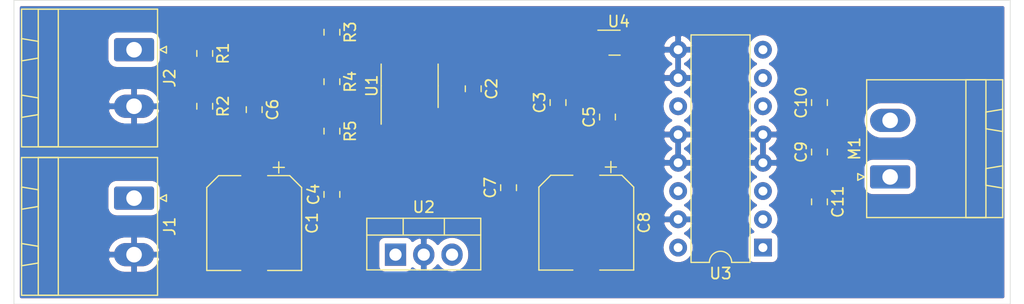
<source format=kicad_pcb>
(kicad_pcb (version 20171130) (host pcbnew "(5.1.2)-2")

  (general
    (thickness 1.6)
    (drawings 4)
    (tracks 0)
    (zones 0)
    (modules 23)
    (nets 22)
  )

  (page A4)
  (layers
    (0 F.Cu signal)
    (31 B.Cu signal)
    (32 B.Adhes user)
    (33 F.Adhes user)
    (34 B.Paste user)
    (35 F.Paste user)
    (36 B.SilkS user)
    (37 F.SilkS user)
    (38 B.Mask user)
    (39 F.Mask user)
    (40 Dwgs.User user)
    (41 Cmts.User user)
    (42 Eco1.User user)
    (43 Eco2.User user)
    (44 Edge.Cuts user)
    (45 Margin user)
    (46 B.CrtYd user)
    (47 F.CrtYd user)
    (48 B.Fab user)
    (49 F.Fab user)
  )

  (setup
    (last_trace_width 0.25)
    (trace_clearance 0.2)
    (zone_clearance 0.508)
    (zone_45_only no)
    (trace_min 0.2)
    (via_size 0.8)
    (via_drill 0.4)
    (via_min_size 0.4)
    (via_min_drill 0.3)
    (uvia_size 0.3)
    (uvia_drill 0.1)
    (uvias_allowed no)
    (uvia_min_size 0.2)
    (uvia_min_drill 0.1)
    (edge_width 0.05)
    (segment_width 0.2)
    (pcb_text_width 0.3)
    (pcb_text_size 1.5 1.5)
    (mod_edge_width 0.12)
    (mod_text_size 1 1)
    (mod_text_width 0.15)
    (pad_size 1.524 1.524)
    (pad_drill 0.762)
    (pad_to_mask_clearance 0.051)
    (solder_mask_min_width 0.25)
    (aux_axis_origin 0 0)
    (visible_elements 7FFFFFFF)
    (pcbplotparams
      (layerselection 0x010fc_ffffffff)
      (usegerberextensions false)
      (usegerberattributes false)
      (usegerberadvancedattributes false)
      (creategerberjobfile false)
      (excludeedgelayer true)
      (linewidth 0.100000)
      (plotframeref false)
      (viasonmask false)
      (mode 1)
      (useauxorigin false)
      (hpglpennumber 1)
      (hpglpenspeed 20)
      (hpglpendiameter 15.000000)
      (psnegative false)
      (psa4output false)
      (plotreference true)
      (plotvalue true)
      (plotinvisibletext false)
      (padsonsilk false)
      (subtractmaskfromsilk false)
      (outputformat 1)
      (mirror false)
      (drillshape 1)
      (scaleselection 1)
      (outputdirectory ""))
  )

  (net 0 "")
  (net 1 GND)
  (net 2 "Net-(C1-Pad1)")
  (net 3 +5V)
  (net 4 "Net-(C6-Pad1)")
  (net 5 "Net-(C10-Pad1)")
  (net 6 "Net-(C11-Pad1)")
  (net 7 "Net-(J2-Pad1)")
  (net 8 "Net-(R3-Pad2)")
  (net 9 "Net-(R4-Pad2)")
  (net 10 "Net-(U1-Pad7)")
  (net 11 "Net-(U1-Pad1)")
  (net 12 "Net-(U3-Pad14)")
  (net 13 "Net-(U3-Pad11)")
  (net 14 "Net-(U4-Pad6)")
  (net 15 "Net-(U4-Pad5)")
  (net 16 "Net-(U4-Pad4)")
  (net 17 "Net-(U4-Pad2)")
  (net 18 "Net-(U4-Pad1)")
  (net 19 "Net-(U4-Pad8)")
  (net 20 "Net-(U4-Pad7)")
  (net 21 "Net-(U4-Pad3)")

  (net_class Default "This is the default net class."
    (clearance 0.2)
    (trace_width 0.25)
    (via_dia 0.8)
    (via_drill 0.4)
    (uvia_dia 0.3)
    (uvia_drill 0.1)
    (add_net +5V)
    (add_net GND)
    (add_net "Net-(C1-Pad1)")
    (add_net "Net-(C10-Pad1)")
    (add_net "Net-(C11-Pad1)")
    (add_net "Net-(C6-Pad1)")
    (add_net "Net-(J2-Pad1)")
    (add_net "Net-(R3-Pad2)")
    (add_net "Net-(R4-Pad2)")
    (add_net "Net-(U1-Pad1)")
    (add_net "Net-(U1-Pad7)")
    (add_net "Net-(U3-Pad11)")
    (add_net "Net-(U3-Pad14)")
    (add_net "Net-(U4-Pad1)")
    (add_net "Net-(U4-Pad2)")
    (add_net "Net-(U4-Pad3)")
    (add_net "Net-(U4-Pad4)")
    (add_net "Net-(U4-Pad5)")
    (add_net "Net-(U4-Pad6)")
    (add_net "Net-(U4-Pad7)")
    (add_net "Net-(U4-Pad8)")
  )

  (module Package_SON:WSON-8-1EP_2x2mm_P0.5mm_EP0.9x1.6mm (layer F.Cu) (tedit 5A65F6A7) (tstamp 5D8C990E)
    (at 133.35 50.165)
    (descr "8-Lead Plastic WSON, 2x2mm Body, 0.5mm Pitch, WSON-8, http://www.ti.com/lit/ds/symlink/lm27761.pdf")
    (tags "WSON 8 1EP")
    (path /5D8D46FD)
    (attr smd)
    (fp_text reference U4 (at 0.38 -1.9) (layer F.SilkS)
      (effects (font (size 1 1) (thickness 0.15)))
    )
    (fp_text value DRV8837 (at 0.01 2.14) (layer F.Fab)
      (effects (font (size 1 1) (thickness 0.15)))
    )
    (fp_line (start -1.5 -1.12) (end 0.5 -1.12) (layer F.SilkS) (width 0.12))
    (fp_line (start 0.5 1.12) (end -0.5 1.12) (layer F.SilkS) (width 0.12))
    (fp_line (start -1.6 1.25) (end 1.6 1.25) (layer F.CrtYd) (width 0.05))
    (fp_line (start -1.6 -1.25) (end 1.6 -1.25) (layer F.CrtYd) (width 0.05))
    (fp_line (start 1.6 -1.25) (end 1.6 1.25) (layer F.CrtYd) (width 0.05))
    (fp_line (start -1.6 -1.25) (end -1.6 1.25) (layer F.CrtYd) (width 0.05))
    (fp_line (start -0.5 -1) (end 1 -1) (layer F.Fab) (width 0.1))
    (fp_line (start 1 -1) (end 1 1) (layer F.Fab) (width 0.1))
    (fp_line (start 1 1) (end -1 1) (layer F.Fab) (width 0.1))
    (fp_line (start -1 1) (end -1 -0.5) (layer F.Fab) (width 0.1))
    (fp_line (start -0.5 -1) (end -1 -0.5) (layer F.Fab) (width 0.1))
    (fp_text user %R (at 0 0) (layer F.Fab)
      (effects (font (size 0.7 0.7) (thickness 0.1)))
    )
    (pad "" smd rect (at 0 -0.4) (size 0.75 0.65) (layers F.Paste))
    (pad "" smd rect (at 0 0.4) (size 0.75 0.65) (layers F.Paste))
    (pad 6 smd rect (at 0.95 0.25) (size 0.5 0.25) (layers F.Cu F.Paste F.Mask)
      (net 14 "Net-(U4-Pad6)"))
    (pad 5 smd rect (at 0.95 0.75) (size 0.5 0.25) (layers F.Cu F.Paste F.Mask)
      (net 15 "Net-(U4-Pad5)"))
    (pad 4 smd rect (at -0.95 0.75) (size 0.5 0.25) (layers F.Cu F.Paste F.Mask)
      (net 16 "Net-(U4-Pad4)"))
    (pad 2 smd rect (at -0.95 -0.25) (size 0.5 0.25) (layers F.Cu F.Paste F.Mask)
      (net 17 "Net-(U4-Pad2)"))
    (pad 1 smd rect (at -0.95 -0.75) (size 0.5 0.25) (layers F.Cu F.Paste F.Mask)
      (net 18 "Net-(U4-Pad1)"))
    (pad 9 smd rect (at 0 0) (size 0.9 1.6) (layers F.Cu F.Mask)
      (net 16 "Net-(U4-Pad4)"))
    (pad 8 smd rect (at 0.95 -0.75) (size 0.5 0.25) (layers F.Cu F.Paste F.Mask)
      (net 19 "Net-(U4-Pad8)"))
    (pad 7 smd rect (at 0.95 -0.25) (size 0.5 0.25) (layers F.Cu F.Paste F.Mask)
      (net 20 "Net-(U4-Pad7)"))
    (pad 3 smd rect (at -0.95 0.25) (size 0.5 0.25) (layers F.Cu F.Paste F.Mask)
      (net 21 "Net-(U4-Pad3)"))
    (model ${KISYS3DMOD}/Package_SON.3dshapes/WSON-8-1EP_2x2mm_P0.5mm_EP0.9x1.6mm.wrl
      (at (xyz 0 0 0))
      (scale (xyz 1 1 1))
      (rotate (xyz 0 0 0))
    )
  )

  (module Package_DIP:DIP-16_W7.62mm (layer F.Cu) (tedit 5A02E8C5) (tstamp 5D8BCED0)
    (at 146.685 68.58 180)
    (descr "16-lead though-hole mounted DIP package, row spacing 7.62 mm (300 mils)")
    (tags "THT DIP DIL PDIP 2.54mm 7.62mm 300mil")
    (path /5D8C4537)
    (fp_text reference U3 (at 3.81 -2.33) (layer F.SilkS)
      (effects (font (size 1 1) (thickness 0.15)))
    )
    (fp_text value L293D (at 3.81 20.11) (layer F.Fab)
      (effects (font (size 1 1) (thickness 0.15)))
    )
    (fp_text user %R (at 3.81 8.89) (layer F.Fab)
      (effects (font (size 1 1) (thickness 0.15)))
    )
    (fp_line (start 8.7 -1.55) (end -1.1 -1.55) (layer F.CrtYd) (width 0.05))
    (fp_line (start 8.7 19.3) (end 8.7 -1.55) (layer F.CrtYd) (width 0.05))
    (fp_line (start -1.1 19.3) (end 8.7 19.3) (layer F.CrtYd) (width 0.05))
    (fp_line (start -1.1 -1.55) (end -1.1 19.3) (layer F.CrtYd) (width 0.05))
    (fp_line (start 6.46 -1.33) (end 4.81 -1.33) (layer F.SilkS) (width 0.12))
    (fp_line (start 6.46 19.11) (end 6.46 -1.33) (layer F.SilkS) (width 0.12))
    (fp_line (start 1.16 19.11) (end 6.46 19.11) (layer F.SilkS) (width 0.12))
    (fp_line (start 1.16 -1.33) (end 1.16 19.11) (layer F.SilkS) (width 0.12))
    (fp_line (start 2.81 -1.33) (end 1.16 -1.33) (layer F.SilkS) (width 0.12))
    (fp_line (start 0.635 -0.27) (end 1.635 -1.27) (layer F.Fab) (width 0.1))
    (fp_line (start 0.635 19.05) (end 0.635 -0.27) (layer F.Fab) (width 0.1))
    (fp_line (start 6.985 19.05) (end 0.635 19.05) (layer F.Fab) (width 0.1))
    (fp_line (start 6.985 -1.27) (end 6.985 19.05) (layer F.Fab) (width 0.1))
    (fp_line (start 1.635 -1.27) (end 6.985 -1.27) (layer F.Fab) (width 0.1))
    (fp_arc (start 3.81 -1.33) (end 2.81 -1.33) (angle -180) (layer F.SilkS) (width 0.12))
    (pad 16 thru_hole oval (at 7.62 0 180) (size 1.6 1.6) (drill 0.8) (layers *.Cu *.Mask)
      (net 3 +5V))
    (pad 8 thru_hole oval (at 0 17.78 180) (size 1.6 1.6) (drill 0.8) (layers *.Cu *.Mask)
      (net 3 +5V))
    (pad 15 thru_hole oval (at 7.62 2.54 180) (size 1.6 1.6) (drill 0.8) (layers *.Cu *.Mask)
      (net 1 GND))
    (pad 7 thru_hole oval (at 0 15.24 180) (size 1.6 1.6) (drill 0.8) (layers *.Cu *.Mask)
      (net 10 "Net-(U1-Pad7)"))
    (pad 14 thru_hole oval (at 7.62 5.08 180) (size 1.6 1.6) (drill 0.8) (layers *.Cu *.Mask)
      (net 12 "Net-(U3-Pad14)"))
    (pad 6 thru_hole oval (at 0 12.7 180) (size 1.6 1.6) (drill 0.8) (layers *.Cu *.Mask)
      (net 5 "Net-(C10-Pad1)"))
    (pad 13 thru_hole oval (at 7.62 7.62 180) (size 1.6 1.6) (drill 0.8) (layers *.Cu *.Mask)
      (net 1 GND))
    (pad 5 thru_hole oval (at 0 10.16 180) (size 1.6 1.6) (drill 0.8) (layers *.Cu *.Mask)
      (net 1 GND))
    (pad 12 thru_hole oval (at 7.62 10.16 180) (size 1.6 1.6) (drill 0.8) (layers *.Cu *.Mask)
      (net 1 GND))
    (pad 4 thru_hole oval (at 0 7.62 180) (size 1.6 1.6) (drill 0.8) (layers *.Cu *.Mask)
      (net 1 GND))
    (pad 11 thru_hole oval (at 7.62 12.7 180) (size 1.6 1.6) (drill 0.8) (layers *.Cu *.Mask)
      (net 13 "Net-(U3-Pad11)"))
    (pad 3 thru_hole oval (at 0 5.08 180) (size 1.6 1.6) (drill 0.8) (layers *.Cu *.Mask)
      (net 6 "Net-(C11-Pad1)"))
    (pad 10 thru_hole oval (at 7.62 15.24 180) (size 1.6 1.6) (drill 0.8) (layers *.Cu *.Mask)
      (net 1 GND))
    (pad 2 thru_hole oval (at 0 2.54 180) (size 1.6 1.6) (drill 0.8) (layers *.Cu *.Mask)
      (net 11 "Net-(U1-Pad1)"))
    (pad 9 thru_hole oval (at 7.62 17.78 180) (size 1.6 1.6) (drill 0.8) (layers *.Cu *.Mask)
      (net 1 GND))
    (pad 1 thru_hole rect (at 0 0 180) (size 1.6 1.6) (drill 0.8) (layers *.Cu *.Mask)
      (net 3 +5V))
    (model ${KISYS3DMOD}/Package_DIP.3dshapes/DIP-16_W7.62mm.wrl
      (at (xyz 0 0 0))
      (scale (xyz 1 1 1))
      (rotate (xyz 0 0 0))
    )
  )

  (module Package_TO_SOT_THT:TO-220-3_Vertical (layer F.Cu) (tedit 5AC8BA0D) (tstamp 5D8BCEAC)
    (at 113.665 69.215)
    (descr "TO-220-3, Vertical, RM 2.54mm, see https://www.vishay.com/docs/66542/to-220-1.pdf")
    (tags "TO-220-3 Vertical RM 2.54mm")
    (path /5D8C6839)
    (fp_text reference U2 (at 2.54 -4.27) (layer F.SilkS)
      (effects (font (size 1 1) (thickness 0.15)))
    )
    (fp_text value LM7805_TO220 (at 2.54 2.5) (layer F.Fab)
      (effects (font (size 1 1) (thickness 0.15)))
    )
    (fp_text user %R (at 2.54 -4.27) (layer F.Fab)
      (effects (font (size 1 1) (thickness 0.15)))
    )
    (fp_line (start 7.79 -3.4) (end -2.71 -3.4) (layer F.CrtYd) (width 0.05))
    (fp_line (start 7.79 1.51) (end 7.79 -3.4) (layer F.CrtYd) (width 0.05))
    (fp_line (start -2.71 1.51) (end 7.79 1.51) (layer F.CrtYd) (width 0.05))
    (fp_line (start -2.71 -3.4) (end -2.71 1.51) (layer F.CrtYd) (width 0.05))
    (fp_line (start 4.391 -3.27) (end 4.391 -1.76) (layer F.SilkS) (width 0.12))
    (fp_line (start 0.69 -3.27) (end 0.69 -1.76) (layer F.SilkS) (width 0.12))
    (fp_line (start -2.58 -1.76) (end 7.66 -1.76) (layer F.SilkS) (width 0.12))
    (fp_line (start 7.66 -3.27) (end 7.66 1.371) (layer F.SilkS) (width 0.12))
    (fp_line (start -2.58 -3.27) (end -2.58 1.371) (layer F.SilkS) (width 0.12))
    (fp_line (start -2.58 1.371) (end 7.66 1.371) (layer F.SilkS) (width 0.12))
    (fp_line (start -2.58 -3.27) (end 7.66 -3.27) (layer F.SilkS) (width 0.12))
    (fp_line (start 4.39 -3.15) (end 4.39 -1.88) (layer F.Fab) (width 0.1))
    (fp_line (start 0.69 -3.15) (end 0.69 -1.88) (layer F.Fab) (width 0.1))
    (fp_line (start -2.46 -1.88) (end 7.54 -1.88) (layer F.Fab) (width 0.1))
    (fp_line (start 7.54 -3.15) (end -2.46 -3.15) (layer F.Fab) (width 0.1))
    (fp_line (start 7.54 1.25) (end 7.54 -3.15) (layer F.Fab) (width 0.1))
    (fp_line (start -2.46 1.25) (end 7.54 1.25) (layer F.Fab) (width 0.1))
    (fp_line (start -2.46 -3.15) (end -2.46 1.25) (layer F.Fab) (width 0.1))
    (pad 3 thru_hole oval (at 5.08 0) (size 1.905 2) (drill 1.1) (layers *.Cu *.Mask)
      (net 3 +5V))
    (pad 2 thru_hole oval (at 2.54 0) (size 1.905 2) (drill 1.1) (layers *.Cu *.Mask)
      (net 1 GND))
    (pad 1 thru_hole rect (at 0 0) (size 1.905 2) (drill 1.1) (layers *.Cu *.Mask)
      (net 2 "Net-(C1-Pad1)"))
    (model ${KISYS3DMOD}/Package_TO_SOT_THT.3dshapes/TO-220-3_Vertical.wrl
      (at (xyz 0 0 0))
      (scale (xyz 1 1 1))
      (rotate (xyz 0 0 0))
    )
  )

  (module Package_SO:SOIC-8_3.9x4.9mm_P1.27mm (layer F.Cu) (tedit 5C97300E) (tstamp 5D8BCE92)
    (at 114.935 54.04 90)
    (descr "SOIC, 8 Pin (JEDEC MS-012AA, https://www.analog.com/media/en/package-pcb-resources/package/pkg_pdf/soic_narrow-r/r_8.pdf), generated with kicad-footprint-generator ipc_gullwing_generator.py")
    (tags "SOIC SO")
    (path /5D9DB05A)
    (attr smd)
    (fp_text reference U1 (at 0 -3.4 90) (layer F.SilkS)
      (effects (font (size 1 1) (thickness 0.15)))
    )
    (fp_text value LM358 (at 0 3.4 90) (layer F.Fab)
      (effects (font (size 1 1) (thickness 0.15)))
    )
    (fp_text user %R (at 0 0 90) (layer F.Fab)
      (effects (font (size 0.98 0.98) (thickness 0.15)))
    )
    (fp_line (start 3.7 -2.7) (end -3.7 -2.7) (layer F.CrtYd) (width 0.05))
    (fp_line (start 3.7 2.7) (end 3.7 -2.7) (layer F.CrtYd) (width 0.05))
    (fp_line (start -3.7 2.7) (end 3.7 2.7) (layer F.CrtYd) (width 0.05))
    (fp_line (start -3.7 -2.7) (end -3.7 2.7) (layer F.CrtYd) (width 0.05))
    (fp_line (start -1.95 -1.475) (end -0.975 -2.45) (layer F.Fab) (width 0.1))
    (fp_line (start -1.95 2.45) (end -1.95 -1.475) (layer F.Fab) (width 0.1))
    (fp_line (start 1.95 2.45) (end -1.95 2.45) (layer F.Fab) (width 0.1))
    (fp_line (start 1.95 -2.45) (end 1.95 2.45) (layer F.Fab) (width 0.1))
    (fp_line (start -0.975 -2.45) (end 1.95 -2.45) (layer F.Fab) (width 0.1))
    (fp_line (start 0 -2.56) (end -3.45 -2.56) (layer F.SilkS) (width 0.12))
    (fp_line (start 0 -2.56) (end 1.95 -2.56) (layer F.SilkS) (width 0.12))
    (fp_line (start 0 2.56) (end -1.95 2.56) (layer F.SilkS) (width 0.12))
    (fp_line (start 0 2.56) (end 1.95 2.56) (layer F.SilkS) (width 0.12))
    (pad 8 smd roundrect (at 2.475 -1.905 90) (size 1.95 0.6) (layers F.Cu F.Paste F.Mask) (roundrect_rratio 0.25)
      (net 3 +5V))
    (pad 7 smd roundrect (at 2.475 -0.635 90) (size 1.95 0.6) (layers F.Cu F.Paste F.Mask) (roundrect_rratio 0.25)
      (net 10 "Net-(U1-Pad7)"))
    (pad 6 smd roundrect (at 2.475 0.635 90) (size 1.95 0.6) (layers F.Cu F.Paste F.Mask) (roundrect_rratio 0.25)
      (net 4 "Net-(C6-Pad1)"))
    (pad 5 smd roundrect (at 2.475 1.905 90) (size 1.95 0.6) (layers F.Cu F.Paste F.Mask) (roundrect_rratio 0.25)
      (net 9 "Net-(R4-Pad2)"))
    (pad 4 smd roundrect (at -2.475 1.905 90) (size 1.95 0.6) (layers F.Cu F.Paste F.Mask) (roundrect_rratio 0.25)
      (net 1 GND))
    (pad 3 smd roundrect (at -2.475 0.635 90) (size 1.95 0.6) (layers F.Cu F.Paste F.Mask) (roundrect_rratio 0.25)
      (net 4 "Net-(C6-Pad1)"))
    (pad 2 smd roundrect (at -2.475 -0.635 90) (size 1.95 0.6) (layers F.Cu F.Paste F.Mask) (roundrect_rratio 0.25)
      (net 8 "Net-(R3-Pad2)"))
    (pad 1 smd roundrect (at -2.475 -1.905 90) (size 1.95 0.6) (layers F.Cu F.Paste F.Mask) (roundrect_rratio 0.25)
      (net 11 "Net-(U1-Pad1)"))
    (model ${KISYS3DMOD}/Package_SO.3dshapes/SOIC-8_3.9x4.9mm_P1.27mm.wrl
      (at (xyz 0 0 0))
      (scale (xyz 1 1 1))
      (rotate (xyz 0 0 0))
    )
  )

  (module Resistor_SMD:R_0805_2012Metric (layer F.Cu) (tedit 5B36C52B) (tstamp 5D8BCE78)
    (at 107.95 58.1175 270)
    (descr "Resistor SMD 0805 (2012 Metric), square (rectangular) end terminal, IPC_7351 nominal, (Body size source: https://docs.google.com/spreadsheets/d/1BsfQQcO9C6DZCsRaXUlFlo91Tg2WpOkGARC1WS5S8t0/edit?usp=sharing), generated with kicad-footprint-generator")
    (tags resistor)
    (path /5DA39D1B)
    (attr smd)
    (fp_text reference R5 (at 0 -1.65 90) (layer F.SilkS)
      (effects (font (size 1 1) (thickness 0.15)))
    )
    (fp_text value 10k (at 0 1.65 90) (layer F.Fab)
      (effects (font (size 1 1) (thickness 0.15)))
    )
    (fp_text user %R (at 0 0 90) (layer F.Fab)
      (effects (font (size 0.5 0.5) (thickness 0.08)))
    )
    (fp_line (start 1.68 0.95) (end -1.68 0.95) (layer F.CrtYd) (width 0.05))
    (fp_line (start 1.68 -0.95) (end 1.68 0.95) (layer F.CrtYd) (width 0.05))
    (fp_line (start -1.68 -0.95) (end 1.68 -0.95) (layer F.CrtYd) (width 0.05))
    (fp_line (start -1.68 0.95) (end -1.68 -0.95) (layer F.CrtYd) (width 0.05))
    (fp_line (start -0.258578 0.71) (end 0.258578 0.71) (layer F.SilkS) (width 0.12))
    (fp_line (start -0.258578 -0.71) (end 0.258578 -0.71) (layer F.SilkS) (width 0.12))
    (fp_line (start 1 0.6) (end -1 0.6) (layer F.Fab) (width 0.1))
    (fp_line (start 1 -0.6) (end 1 0.6) (layer F.Fab) (width 0.1))
    (fp_line (start -1 -0.6) (end 1 -0.6) (layer F.Fab) (width 0.1))
    (fp_line (start -1 0.6) (end -1 -0.6) (layer F.Fab) (width 0.1))
    (pad 2 smd roundrect (at 0.9375 0 270) (size 0.975 1.4) (layers F.Cu F.Paste F.Mask) (roundrect_rratio 0.25)
      (net 1 GND))
    (pad 1 smd roundrect (at -0.9375 0 270) (size 0.975 1.4) (layers F.Cu F.Paste F.Mask) (roundrect_rratio 0.25)
      (net 9 "Net-(R4-Pad2)"))
    (model ${KISYS3DMOD}/Resistor_SMD.3dshapes/R_0805_2012Metric.wrl
      (at (xyz 0 0 0))
      (scale (xyz 1 1 1))
      (rotate (xyz 0 0 0))
    )
  )

  (module Resistor_SMD:R_0805_2012Metric (layer F.Cu) (tedit 5B36C52B) (tstamp 5D8BCE67)
    (at 107.95 53.6725 270)
    (descr "Resistor SMD 0805 (2012 Metric), square (rectangular) end terminal, IPC_7351 nominal, (Body size source: https://docs.google.com/spreadsheets/d/1BsfQQcO9C6DZCsRaXUlFlo91Tg2WpOkGARC1WS5S8t0/edit?usp=sharing), generated with kicad-footprint-generator")
    (tags resistor)
    (path /5DA39AD9)
    (attr smd)
    (fp_text reference R4 (at 0 -1.65 90) (layer F.SilkS)
      (effects (font (size 1 1) (thickness 0.15)))
    )
    (fp_text value 10k (at 0 1.65 90) (layer F.Fab)
      (effects (font (size 1 1) (thickness 0.15)))
    )
    (fp_text user %R (at 0 0 90) (layer F.Fab)
      (effects (font (size 0.5 0.5) (thickness 0.08)))
    )
    (fp_line (start 1.68 0.95) (end -1.68 0.95) (layer F.CrtYd) (width 0.05))
    (fp_line (start 1.68 -0.95) (end 1.68 0.95) (layer F.CrtYd) (width 0.05))
    (fp_line (start -1.68 -0.95) (end 1.68 -0.95) (layer F.CrtYd) (width 0.05))
    (fp_line (start -1.68 0.95) (end -1.68 -0.95) (layer F.CrtYd) (width 0.05))
    (fp_line (start -0.258578 0.71) (end 0.258578 0.71) (layer F.SilkS) (width 0.12))
    (fp_line (start -0.258578 -0.71) (end 0.258578 -0.71) (layer F.SilkS) (width 0.12))
    (fp_line (start 1 0.6) (end -1 0.6) (layer F.Fab) (width 0.1))
    (fp_line (start 1 -0.6) (end 1 0.6) (layer F.Fab) (width 0.1))
    (fp_line (start -1 -0.6) (end 1 -0.6) (layer F.Fab) (width 0.1))
    (fp_line (start -1 0.6) (end -1 -0.6) (layer F.Fab) (width 0.1))
    (pad 2 smd roundrect (at 0.9375 0 270) (size 0.975 1.4) (layers F.Cu F.Paste F.Mask) (roundrect_rratio 0.25)
      (net 9 "Net-(R4-Pad2)"))
    (pad 1 smd roundrect (at -0.9375 0 270) (size 0.975 1.4) (layers F.Cu F.Paste F.Mask) (roundrect_rratio 0.25)
      (net 8 "Net-(R3-Pad2)"))
    (model ${KISYS3DMOD}/Resistor_SMD.3dshapes/R_0805_2012Metric.wrl
      (at (xyz 0 0 0))
      (scale (xyz 1 1 1))
      (rotate (xyz 0 0 0))
    )
  )

  (module Resistor_SMD:R_0805_2012Metric (layer F.Cu) (tedit 5B36C52B) (tstamp 5D8BCE56)
    (at 107.95 49.2275 270)
    (descr "Resistor SMD 0805 (2012 Metric), square (rectangular) end terminal, IPC_7351 nominal, (Body size source: https://docs.google.com/spreadsheets/d/1BsfQQcO9C6DZCsRaXUlFlo91Tg2WpOkGARC1WS5S8t0/edit?usp=sharing), generated with kicad-footprint-generator")
    (tags resistor)
    (path /5D8C35AA)
    (attr smd)
    (fp_text reference R3 (at 0 -1.65 90) (layer F.SilkS)
      (effects (font (size 1 1) (thickness 0.15)))
    )
    (fp_text value 10k (at 0 1.65 90) (layer F.Fab)
      (effects (font (size 1 1) (thickness 0.15)))
    )
    (fp_text user %R (at 0 0 90) (layer F.Fab)
      (effects (font (size 0.5 0.5) (thickness 0.08)))
    )
    (fp_line (start 1.68 0.95) (end -1.68 0.95) (layer F.CrtYd) (width 0.05))
    (fp_line (start 1.68 -0.95) (end 1.68 0.95) (layer F.CrtYd) (width 0.05))
    (fp_line (start -1.68 -0.95) (end 1.68 -0.95) (layer F.CrtYd) (width 0.05))
    (fp_line (start -1.68 0.95) (end -1.68 -0.95) (layer F.CrtYd) (width 0.05))
    (fp_line (start -0.258578 0.71) (end 0.258578 0.71) (layer F.SilkS) (width 0.12))
    (fp_line (start -0.258578 -0.71) (end 0.258578 -0.71) (layer F.SilkS) (width 0.12))
    (fp_line (start 1 0.6) (end -1 0.6) (layer F.Fab) (width 0.1))
    (fp_line (start 1 -0.6) (end 1 0.6) (layer F.Fab) (width 0.1))
    (fp_line (start -1 -0.6) (end 1 -0.6) (layer F.Fab) (width 0.1))
    (fp_line (start -1 0.6) (end -1 -0.6) (layer F.Fab) (width 0.1))
    (pad 2 smd roundrect (at 0.9375 0 270) (size 0.975 1.4) (layers F.Cu F.Paste F.Mask) (roundrect_rratio 0.25)
      (net 8 "Net-(R3-Pad2)"))
    (pad 1 smd roundrect (at -0.9375 0 270) (size 0.975 1.4) (layers F.Cu F.Paste F.Mask) (roundrect_rratio 0.25)
      (net 3 +5V))
    (model ${KISYS3DMOD}/Resistor_SMD.3dshapes/R_0805_2012Metric.wrl
      (at (xyz 0 0 0))
      (scale (xyz 1 1 1))
      (rotate (xyz 0 0 0))
    )
  )

  (module Resistor_SMD:R_0805_2012Metric (layer F.Cu) (tedit 5B36C52B) (tstamp 5D8BCE45)
    (at 96.52 55.88 270)
    (descr "Resistor SMD 0805 (2012 Metric), square (rectangular) end terminal, IPC_7351 nominal, (Body size source: https://docs.google.com/spreadsheets/d/1BsfQQcO9C6DZCsRaXUlFlo91Tg2WpOkGARC1WS5S8t0/edit?usp=sharing), generated with kicad-footprint-generator")
    (tags resistor)
    (path /5DA3A33F)
    (attr smd)
    (fp_text reference R2 (at 0 -1.65 90) (layer F.SilkS)
      (effects (font (size 1 1) (thickness 0.15)))
    )
    (fp_text value 47k (at 0 1.65 90) (layer F.Fab)
      (effects (font (size 1 1) (thickness 0.15)))
    )
    (fp_text user %R (at 0 0 90) (layer F.Fab)
      (effects (font (size 0.5 0.5) (thickness 0.08)))
    )
    (fp_line (start 1.68 0.95) (end -1.68 0.95) (layer F.CrtYd) (width 0.05))
    (fp_line (start 1.68 -0.95) (end 1.68 0.95) (layer F.CrtYd) (width 0.05))
    (fp_line (start -1.68 -0.95) (end 1.68 -0.95) (layer F.CrtYd) (width 0.05))
    (fp_line (start -1.68 0.95) (end -1.68 -0.95) (layer F.CrtYd) (width 0.05))
    (fp_line (start -0.258578 0.71) (end 0.258578 0.71) (layer F.SilkS) (width 0.12))
    (fp_line (start -0.258578 -0.71) (end 0.258578 -0.71) (layer F.SilkS) (width 0.12))
    (fp_line (start 1 0.6) (end -1 0.6) (layer F.Fab) (width 0.1))
    (fp_line (start 1 -0.6) (end 1 0.6) (layer F.Fab) (width 0.1))
    (fp_line (start -1 -0.6) (end 1 -0.6) (layer F.Fab) (width 0.1))
    (fp_line (start -1 0.6) (end -1 -0.6) (layer F.Fab) (width 0.1))
    (pad 2 smd roundrect (at 0.9375 0 270) (size 0.975 1.4) (layers F.Cu F.Paste F.Mask) (roundrect_rratio 0.25)
      (net 1 GND))
    (pad 1 smd roundrect (at -0.9375 0 270) (size 0.975 1.4) (layers F.Cu F.Paste F.Mask) (roundrect_rratio 0.25)
      (net 4 "Net-(C6-Pad1)"))
    (model ${KISYS3DMOD}/Resistor_SMD.3dshapes/R_0805_2012Metric.wrl
      (at (xyz 0 0 0))
      (scale (xyz 1 1 1))
      (rotate (xyz 0 0 0))
    )
  )

  (module Resistor_SMD:R_0805_2012Metric (layer F.Cu) (tedit 5B36C52B) (tstamp 5D8BCE34)
    (at 96.52 51.1325 270)
    (descr "Resistor SMD 0805 (2012 Metric), square (rectangular) end terminal, IPC_7351 nominal, (Body size source: https://docs.google.com/spreadsheets/d/1BsfQQcO9C6DZCsRaXUlFlo91Tg2WpOkGARC1WS5S8t0/edit?usp=sharing), generated with kicad-footprint-generator")
    (tags resistor)
    (path /5DA39FA3)
    (attr smd)
    (fp_text reference R1 (at 0 -1.65 90) (layer F.SilkS)
      (effects (font (size 1 1) (thickness 0.15)))
    )
    (fp_text value 47k (at 0 1.65 90) (layer F.Fab)
      (effects (font (size 1 1) (thickness 0.15)))
    )
    (fp_text user %R (at 0 0 90) (layer F.Fab)
      (effects (font (size 0.5 0.5) (thickness 0.08)))
    )
    (fp_line (start 1.68 0.95) (end -1.68 0.95) (layer F.CrtYd) (width 0.05))
    (fp_line (start 1.68 -0.95) (end 1.68 0.95) (layer F.CrtYd) (width 0.05))
    (fp_line (start -1.68 -0.95) (end 1.68 -0.95) (layer F.CrtYd) (width 0.05))
    (fp_line (start -1.68 0.95) (end -1.68 -0.95) (layer F.CrtYd) (width 0.05))
    (fp_line (start -0.258578 0.71) (end 0.258578 0.71) (layer F.SilkS) (width 0.12))
    (fp_line (start -0.258578 -0.71) (end 0.258578 -0.71) (layer F.SilkS) (width 0.12))
    (fp_line (start 1 0.6) (end -1 0.6) (layer F.Fab) (width 0.1))
    (fp_line (start 1 -0.6) (end 1 0.6) (layer F.Fab) (width 0.1))
    (fp_line (start -1 -0.6) (end 1 -0.6) (layer F.Fab) (width 0.1))
    (fp_line (start -1 0.6) (end -1 -0.6) (layer F.Fab) (width 0.1))
    (pad 2 smd roundrect (at 0.9375 0 270) (size 0.975 1.4) (layers F.Cu F.Paste F.Mask) (roundrect_rratio 0.25)
      (net 4 "Net-(C6-Pad1)"))
    (pad 1 smd roundrect (at -0.9375 0 270) (size 0.975 1.4) (layers F.Cu F.Paste F.Mask) (roundrect_rratio 0.25)
      (net 7 "Net-(J2-Pad1)"))
    (model ${KISYS3DMOD}/Resistor_SMD.3dshapes/R_0805_2012Metric.wrl
      (at (xyz 0 0 0))
      (scale (xyz 1 1 1))
      (rotate (xyz 0 0 0))
    )
  )

  (module Connector_Phoenix_MSTB:PhoenixContact_MSTBA_2,5_2-G-5,08_1x02_P5.08mm_Horizontal (layer F.Cu) (tedit 5B785047) (tstamp 5D8BE29E)
    (at 158.115 62.23 90)
    (descr "Generic Phoenix Contact connector footprint for: MSTBA_2,5/2-G-5,08; number of pins: 02; pin pitch: 5.08mm; Angled || order number: 1757242 12A || order number: 1923869 16A (HC)")
    (tags "phoenix_contact connector MSTBA_01x02_G_5.08mm")
    (path /5D8C61C8)
    (fp_text reference M1 (at 2.54 -3.2 90) (layer F.SilkS)
      (effects (font (size 1 1) (thickness 0.15)))
    )
    (fp_text value Motor_DC (at 2.54 11.2 90) (layer F.Fab)
      (effects (font (size 1 1) (thickness 0.15)))
    )
    (fp_text user %R (at 2.54 -1.3 90) (layer F.Fab)
      (effects (font (size 1 1) (thickness 0.15)))
    )
    (fp_line (start 0 -0.5) (end -0.95 -2) (layer F.Fab) (width 0.1))
    (fp_line (start 0.95 -2) (end 0 -0.5) (layer F.Fab) (width 0.1))
    (fp_line (start -0.3 -2.91) (end 0.3 -2.91) (layer F.SilkS) (width 0.12))
    (fp_line (start 0 -2.31) (end -0.3 -2.91) (layer F.SilkS) (width 0.12))
    (fp_line (start 0.3 -2.91) (end 0 -2.31) (layer F.SilkS) (width 0.12))
    (fp_line (start 9.12 -2.5) (end -4.04 -2.5) (layer F.CrtYd) (width 0.05))
    (fp_line (start 9.12 10.5) (end 9.12 -2.5) (layer F.CrtYd) (width 0.05))
    (fp_line (start -4.04 10.5) (end 9.12 10.5) (layer F.CrtYd) (width 0.05))
    (fp_line (start -4.04 -2.5) (end -4.04 10.5) (layer F.CrtYd) (width 0.05))
    (fp_line (start 4.33 8.61) (end 4.08 10.11) (layer F.SilkS) (width 0.12))
    (fp_line (start 5.83 8.61) (end 4.33 8.61) (layer F.SilkS) (width 0.12))
    (fp_line (start 6.08 10.11) (end 5.83 8.61) (layer F.SilkS) (width 0.12))
    (fp_line (start 4.08 10.11) (end 6.08 10.11) (layer F.SilkS) (width 0.12))
    (fp_line (start -0.75 8.61) (end -1 10.11) (layer F.SilkS) (width 0.12))
    (fp_line (start 0.75 8.61) (end -0.75 8.61) (layer F.SilkS) (width 0.12))
    (fp_line (start 1 10.11) (end 0.75 8.61) (layer F.SilkS) (width 0.12))
    (fp_line (start -1 10.11) (end 1 10.11) (layer F.SilkS) (width 0.12))
    (fp_line (start 8.73 8.61) (end -3.65 8.61) (layer F.SilkS) (width 0.12))
    (fp_line (start 8.73 6.81) (end 8.73 8.61) (layer F.SilkS) (width 0.12))
    (fp_line (start -3.65 6.81) (end 8.73 6.81) (layer F.SilkS) (width 0.12))
    (fp_line (start -3.65 8.61) (end -3.65 6.81) (layer F.SilkS) (width 0.12))
    (fp_line (start 8.62 -2) (end -3.54 -2) (layer F.Fab) (width 0.1))
    (fp_line (start 8.62 10) (end 8.62 -2) (layer F.Fab) (width 0.1))
    (fp_line (start -3.54 10) (end 8.62 10) (layer F.Fab) (width 0.1))
    (fp_line (start -3.54 -2) (end -3.54 10) (layer F.Fab) (width 0.1))
    (fp_line (start 8.73 -2.11) (end -3.65 -2.11) (layer F.SilkS) (width 0.12))
    (fp_line (start 8.73 10.11) (end 8.73 -2.11) (layer F.SilkS) (width 0.12))
    (fp_line (start -3.65 10.11) (end 8.73 10.11) (layer F.SilkS) (width 0.12))
    (fp_line (start -3.65 -2.11) (end -3.65 10.11) (layer F.SilkS) (width 0.12))
    (pad 2 thru_hole oval (at 5.08 0 90) (size 2.08 3.6) (drill 1.4) (layers *.Cu *.Mask)
      (net 5 "Net-(C10-Pad1)"))
    (pad 1 thru_hole roundrect (at 0 0 90) (size 2.08 3.6) (drill 1.4) (layers *.Cu *.Mask) (roundrect_rratio 0.120192)
      (net 6 "Net-(C11-Pad1)"))
    (model ${KISYS3DMOD}/Connector_Phoenix_MSTB.3dshapes/PhoenixContact_MSTBA_2,5_2-G-5,08_1x02_P5.08mm_Horizontal.wrl
      (at (xyz 0 0 0))
      (scale (xyz 1 1 1))
      (rotate (xyz 0 0 0))
    )
  )

  (module Connector_Phoenix_MSTB:PhoenixContact_MSTBA_2,5_2-G-5,08_1x02_P5.08mm_Horizontal (layer F.Cu) (tedit 5B785047) (tstamp 5D8BCDFF)
    (at 90.17 50.8 270)
    (descr "Generic Phoenix Contact connector footprint for: MSTBA_2,5/2-G-5,08; number of pins: 02; pin pitch: 5.08mm; Angled || order number: 1757242 12A || order number: 1923869 16A (HC)")
    (tags "phoenix_contact connector MSTBA_01x02_G_5.08mm")
    (path /5DA3A88C)
    (fp_text reference J2 (at 2.54 -3.2 90) (layer F.SilkS)
      (effects (font (size 1 1) (thickness 0.15)))
    )
    (fp_text value SIGNAL (at 2.54 11.2 90) (layer F.Fab)
      (effects (font (size 1 1) (thickness 0.15)))
    )
    (fp_text user %R (at 2.54 -1.3 90) (layer F.Fab)
      (effects (font (size 1 1) (thickness 0.15)))
    )
    (fp_line (start 0 -0.5) (end -0.95 -2) (layer F.Fab) (width 0.1))
    (fp_line (start 0.95 -2) (end 0 -0.5) (layer F.Fab) (width 0.1))
    (fp_line (start -0.3 -2.91) (end 0.3 -2.91) (layer F.SilkS) (width 0.12))
    (fp_line (start 0 -2.31) (end -0.3 -2.91) (layer F.SilkS) (width 0.12))
    (fp_line (start 0.3 -2.91) (end 0 -2.31) (layer F.SilkS) (width 0.12))
    (fp_line (start 9.12 -2.5) (end -4.04 -2.5) (layer F.CrtYd) (width 0.05))
    (fp_line (start 9.12 10.5) (end 9.12 -2.5) (layer F.CrtYd) (width 0.05))
    (fp_line (start -4.04 10.5) (end 9.12 10.5) (layer F.CrtYd) (width 0.05))
    (fp_line (start -4.04 -2.5) (end -4.04 10.5) (layer F.CrtYd) (width 0.05))
    (fp_line (start 4.33 8.61) (end 4.08 10.11) (layer F.SilkS) (width 0.12))
    (fp_line (start 5.83 8.61) (end 4.33 8.61) (layer F.SilkS) (width 0.12))
    (fp_line (start 6.08 10.11) (end 5.83 8.61) (layer F.SilkS) (width 0.12))
    (fp_line (start 4.08 10.11) (end 6.08 10.11) (layer F.SilkS) (width 0.12))
    (fp_line (start -0.75 8.61) (end -1 10.11) (layer F.SilkS) (width 0.12))
    (fp_line (start 0.75 8.61) (end -0.75 8.61) (layer F.SilkS) (width 0.12))
    (fp_line (start 1 10.11) (end 0.75 8.61) (layer F.SilkS) (width 0.12))
    (fp_line (start -1 10.11) (end 1 10.11) (layer F.SilkS) (width 0.12))
    (fp_line (start 8.73 8.61) (end -3.65 8.61) (layer F.SilkS) (width 0.12))
    (fp_line (start 8.73 6.81) (end 8.73 8.61) (layer F.SilkS) (width 0.12))
    (fp_line (start -3.65 6.81) (end 8.73 6.81) (layer F.SilkS) (width 0.12))
    (fp_line (start -3.65 8.61) (end -3.65 6.81) (layer F.SilkS) (width 0.12))
    (fp_line (start 8.62 -2) (end -3.54 -2) (layer F.Fab) (width 0.1))
    (fp_line (start 8.62 10) (end 8.62 -2) (layer F.Fab) (width 0.1))
    (fp_line (start -3.54 10) (end 8.62 10) (layer F.Fab) (width 0.1))
    (fp_line (start -3.54 -2) (end -3.54 10) (layer F.Fab) (width 0.1))
    (fp_line (start 8.73 -2.11) (end -3.65 -2.11) (layer F.SilkS) (width 0.12))
    (fp_line (start 8.73 10.11) (end 8.73 -2.11) (layer F.SilkS) (width 0.12))
    (fp_line (start -3.65 10.11) (end 8.73 10.11) (layer F.SilkS) (width 0.12))
    (fp_line (start -3.65 -2.11) (end -3.65 10.11) (layer F.SilkS) (width 0.12))
    (pad 2 thru_hole oval (at 5.08 0 270) (size 2.08 3.6) (drill 1.4) (layers *.Cu *.Mask)
      (net 1 GND))
    (pad 1 thru_hole roundrect (at 0 0 270) (size 2.08 3.6) (drill 1.4) (layers *.Cu *.Mask) (roundrect_rratio 0.120192)
      (net 7 "Net-(J2-Pad1)"))
    (model ${KISYS3DMOD}/Connector_Phoenix_MSTB.3dshapes/PhoenixContact_MSTBA_2,5_2-G-5,08_1x02_P5.08mm_Horizontal.wrl
      (at (xyz 0 0 0))
      (scale (xyz 1 1 1))
      (rotate (xyz 0 0 0))
    )
  )

  (module Connector_Phoenix_MSTB:PhoenixContact_MSTBA_2,5_2-G-5,08_1x02_P5.08mm_Horizontal (layer F.Cu) (tedit 5B785047) (tstamp 5D8BCDDB)
    (at 90.17 64.135 270)
    (descr "Generic Phoenix Contact connector footprint for: MSTBA_2,5/2-G-5,08; number of pins: 02; pin pitch: 5.08mm; Angled || order number: 1757242 12A || order number: 1923869 16A (HC)")
    (tags "phoenix_contact connector MSTBA_01x02_G_5.08mm")
    (path /5DA43ADC)
    (fp_text reference J1 (at 2.54 -3.2 90) (layer F.SilkS)
      (effects (font (size 1 1) (thickness 0.15)))
    )
    (fp_text value POWER (at 2.54 11.2 90) (layer F.Fab)
      (effects (font (size 1 1) (thickness 0.15)))
    )
    (fp_text user %R (at 2.54 -1.3 90) (layer F.Fab)
      (effects (font (size 1 1) (thickness 0.15)))
    )
    (fp_line (start 0 -0.5) (end -0.95 -2) (layer F.Fab) (width 0.1))
    (fp_line (start 0.95 -2) (end 0 -0.5) (layer F.Fab) (width 0.1))
    (fp_line (start -0.3 -2.91) (end 0.3 -2.91) (layer F.SilkS) (width 0.12))
    (fp_line (start 0 -2.31) (end -0.3 -2.91) (layer F.SilkS) (width 0.12))
    (fp_line (start 0.3 -2.91) (end 0 -2.31) (layer F.SilkS) (width 0.12))
    (fp_line (start 9.12 -2.5) (end -4.04 -2.5) (layer F.CrtYd) (width 0.05))
    (fp_line (start 9.12 10.5) (end 9.12 -2.5) (layer F.CrtYd) (width 0.05))
    (fp_line (start -4.04 10.5) (end 9.12 10.5) (layer F.CrtYd) (width 0.05))
    (fp_line (start -4.04 -2.5) (end -4.04 10.5) (layer F.CrtYd) (width 0.05))
    (fp_line (start 4.33 8.61) (end 4.08 10.11) (layer F.SilkS) (width 0.12))
    (fp_line (start 5.83 8.61) (end 4.33 8.61) (layer F.SilkS) (width 0.12))
    (fp_line (start 6.08 10.11) (end 5.83 8.61) (layer F.SilkS) (width 0.12))
    (fp_line (start 4.08 10.11) (end 6.08 10.11) (layer F.SilkS) (width 0.12))
    (fp_line (start -0.75 8.61) (end -1 10.11) (layer F.SilkS) (width 0.12))
    (fp_line (start 0.75 8.61) (end -0.75 8.61) (layer F.SilkS) (width 0.12))
    (fp_line (start 1 10.11) (end 0.75 8.61) (layer F.SilkS) (width 0.12))
    (fp_line (start -1 10.11) (end 1 10.11) (layer F.SilkS) (width 0.12))
    (fp_line (start 8.73 8.61) (end -3.65 8.61) (layer F.SilkS) (width 0.12))
    (fp_line (start 8.73 6.81) (end 8.73 8.61) (layer F.SilkS) (width 0.12))
    (fp_line (start -3.65 6.81) (end 8.73 6.81) (layer F.SilkS) (width 0.12))
    (fp_line (start -3.65 8.61) (end -3.65 6.81) (layer F.SilkS) (width 0.12))
    (fp_line (start 8.62 -2) (end -3.54 -2) (layer F.Fab) (width 0.1))
    (fp_line (start 8.62 10) (end 8.62 -2) (layer F.Fab) (width 0.1))
    (fp_line (start -3.54 10) (end 8.62 10) (layer F.Fab) (width 0.1))
    (fp_line (start -3.54 -2) (end -3.54 10) (layer F.Fab) (width 0.1))
    (fp_line (start 8.73 -2.11) (end -3.65 -2.11) (layer F.SilkS) (width 0.12))
    (fp_line (start 8.73 10.11) (end 8.73 -2.11) (layer F.SilkS) (width 0.12))
    (fp_line (start -3.65 10.11) (end 8.73 10.11) (layer F.SilkS) (width 0.12))
    (fp_line (start -3.65 -2.11) (end -3.65 10.11) (layer F.SilkS) (width 0.12))
    (pad 2 thru_hole oval (at 5.08 0 270) (size 2.08 3.6) (drill 1.4) (layers *.Cu *.Mask)
      (net 1 GND))
    (pad 1 thru_hole roundrect (at 0 0 270) (size 2.08 3.6) (drill 1.4) (layers *.Cu *.Mask) (roundrect_rratio 0.120192)
      (net 2 "Net-(C1-Pad1)"))
    (model ${KISYS3DMOD}/Connector_Phoenix_MSTB.3dshapes/PhoenixContact_MSTBA_2,5_2-G-5,08_1x02_P5.08mm_Horizontal.wrl
      (at (xyz 0 0 0))
      (scale (xyz 1 1 1))
      (rotate (xyz 0 0 0))
    )
  )

  (module Capacitor_SMD:C_0805_2012Metric (layer F.Cu) (tedit 5B36C52B) (tstamp 5D8BCDB7)
    (at 151.765 64.4675 270)
    (descr "Capacitor SMD 0805 (2012 Metric), square (rectangular) end terminal, IPC_7351 nominal, (Body size source: https://docs.google.com/spreadsheets/d/1BsfQQcO9C6DZCsRaXUlFlo91Tg2WpOkGARC1WS5S8t0/edit?usp=sharing), generated with kicad-footprint-generator")
    (tags capacitor)
    (path /5DA359CA)
    (attr smd)
    (fp_text reference C11 (at 0 -1.65 90) (layer F.SilkS)
      (effects (font (size 1 1) (thickness 0.15)))
    )
    (fp_text value 100nF (at 0 1.65 90) (layer F.Fab)
      (effects (font (size 1 1) (thickness 0.15)))
    )
    (fp_text user %R (at 0 0 90) (layer F.Fab)
      (effects (font (size 0.5 0.5) (thickness 0.08)))
    )
    (fp_line (start 1.68 0.95) (end -1.68 0.95) (layer F.CrtYd) (width 0.05))
    (fp_line (start 1.68 -0.95) (end 1.68 0.95) (layer F.CrtYd) (width 0.05))
    (fp_line (start -1.68 -0.95) (end 1.68 -0.95) (layer F.CrtYd) (width 0.05))
    (fp_line (start -1.68 0.95) (end -1.68 -0.95) (layer F.CrtYd) (width 0.05))
    (fp_line (start -0.258578 0.71) (end 0.258578 0.71) (layer F.SilkS) (width 0.12))
    (fp_line (start -0.258578 -0.71) (end 0.258578 -0.71) (layer F.SilkS) (width 0.12))
    (fp_line (start 1 0.6) (end -1 0.6) (layer F.Fab) (width 0.1))
    (fp_line (start 1 -0.6) (end 1 0.6) (layer F.Fab) (width 0.1))
    (fp_line (start -1 -0.6) (end 1 -0.6) (layer F.Fab) (width 0.1))
    (fp_line (start -1 0.6) (end -1 -0.6) (layer F.Fab) (width 0.1))
    (pad 2 smd roundrect (at 0.9375 0 270) (size 0.975 1.4) (layers F.Cu F.Paste F.Mask) (roundrect_rratio 0.25)
      (net 1 GND))
    (pad 1 smd roundrect (at -0.9375 0 270) (size 0.975 1.4) (layers F.Cu F.Paste F.Mask) (roundrect_rratio 0.25)
      (net 6 "Net-(C11-Pad1)"))
    (model ${KISYS3DMOD}/Capacitor_SMD.3dshapes/C_0805_2012Metric.wrl
      (at (xyz 0 0 0))
      (scale (xyz 1 1 1))
      (rotate (xyz 0 0 0))
    )
  )

  (module Capacitor_SMD:C_0805_2012Metric (layer F.Cu) (tedit 5B36C52B) (tstamp 5D8BCDA6)
    (at 151.765 55.5475 90)
    (descr "Capacitor SMD 0805 (2012 Metric), square (rectangular) end terminal, IPC_7351 nominal, (Body size source: https://docs.google.com/spreadsheets/d/1BsfQQcO9C6DZCsRaXUlFlo91Tg2WpOkGARC1WS5S8t0/edit?usp=sharing), generated with kicad-footprint-generator")
    (tags capacitor)
    (path /5DA355AE)
    (attr smd)
    (fp_text reference C10 (at 0 -1.65 90) (layer F.SilkS)
      (effects (font (size 1 1) (thickness 0.15)))
    )
    (fp_text value 100nF (at 0 1.65 90) (layer F.Fab)
      (effects (font (size 1 1) (thickness 0.15)))
    )
    (fp_text user %R (at 0 0 90) (layer F.Fab)
      (effects (font (size 0.5 0.5) (thickness 0.08)))
    )
    (fp_line (start 1.68 0.95) (end -1.68 0.95) (layer F.CrtYd) (width 0.05))
    (fp_line (start 1.68 -0.95) (end 1.68 0.95) (layer F.CrtYd) (width 0.05))
    (fp_line (start -1.68 -0.95) (end 1.68 -0.95) (layer F.CrtYd) (width 0.05))
    (fp_line (start -1.68 0.95) (end -1.68 -0.95) (layer F.CrtYd) (width 0.05))
    (fp_line (start -0.258578 0.71) (end 0.258578 0.71) (layer F.SilkS) (width 0.12))
    (fp_line (start -0.258578 -0.71) (end 0.258578 -0.71) (layer F.SilkS) (width 0.12))
    (fp_line (start 1 0.6) (end -1 0.6) (layer F.Fab) (width 0.1))
    (fp_line (start 1 -0.6) (end 1 0.6) (layer F.Fab) (width 0.1))
    (fp_line (start -1 -0.6) (end 1 -0.6) (layer F.Fab) (width 0.1))
    (fp_line (start -1 0.6) (end -1 -0.6) (layer F.Fab) (width 0.1))
    (pad 2 smd roundrect (at 0.9375 0 90) (size 0.975 1.4) (layers F.Cu F.Paste F.Mask) (roundrect_rratio 0.25)
      (net 1 GND))
    (pad 1 smd roundrect (at -0.9375 0 90) (size 0.975 1.4) (layers F.Cu F.Paste F.Mask) (roundrect_rratio 0.25)
      (net 5 "Net-(C10-Pad1)"))
    (model ${KISYS3DMOD}/Capacitor_SMD.3dshapes/C_0805_2012Metric.wrl
      (at (xyz 0 0 0))
      (scale (xyz 1 1 1))
      (rotate (xyz 0 0 0))
    )
  )

  (module Capacitor_SMD:C_0805_2012Metric (layer F.Cu) (tedit 5B36C52B) (tstamp 5D8BCD95)
    (at 151.765 59.9925 90)
    (descr "Capacitor SMD 0805 (2012 Metric), square (rectangular) end terminal, IPC_7351 nominal, (Body size source: https://docs.google.com/spreadsheets/d/1BsfQQcO9C6DZCsRaXUlFlo91Tg2WpOkGARC1WS5S8t0/edit?usp=sharing), generated with kicad-footprint-generator")
    (tags capacitor)
    (path /5DA3510E)
    (attr smd)
    (fp_text reference C9 (at 0 -1.65 90) (layer F.SilkS)
      (effects (font (size 1 1) (thickness 0.15)))
    )
    (fp_text value 100nF (at 0 1.65 90) (layer F.Fab)
      (effects (font (size 1 1) (thickness 0.15)))
    )
    (fp_text user %R (at 0 0 90) (layer F.Fab)
      (effects (font (size 0.5 0.5) (thickness 0.08)))
    )
    (fp_line (start 1.68 0.95) (end -1.68 0.95) (layer F.CrtYd) (width 0.05))
    (fp_line (start 1.68 -0.95) (end 1.68 0.95) (layer F.CrtYd) (width 0.05))
    (fp_line (start -1.68 -0.95) (end 1.68 -0.95) (layer F.CrtYd) (width 0.05))
    (fp_line (start -1.68 0.95) (end -1.68 -0.95) (layer F.CrtYd) (width 0.05))
    (fp_line (start -0.258578 0.71) (end 0.258578 0.71) (layer F.SilkS) (width 0.12))
    (fp_line (start -0.258578 -0.71) (end 0.258578 -0.71) (layer F.SilkS) (width 0.12))
    (fp_line (start 1 0.6) (end -1 0.6) (layer F.Fab) (width 0.1))
    (fp_line (start 1 -0.6) (end 1 0.6) (layer F.Fab) (width 0.1))
    (fp_line (start -1 -0.6) (end 1 -0.6) (layer F.Fab) (width 0.1))
    (fp_line (start -1 0.6) (end -1 -0.6) (layer F.Fab) (width 0.1))
    (pad 2 smd roundrect (at 0.9375 0 90) (size 0.975 1.4) (layers F.Cu F.Paste F.Mask) (roundrect_rratio 0.25)
      (net 5 "Net-(C10-Pad1)"))
    (pad 1 smd roundrect (at -0.9375 0 90) (size 0.975 1.4) (layers F.Cu F.Paste F.Mask) (roundrect_rratio 0.25)
      (net 6 "Net-(C11-Pad1)"))
    (model ${KISYS3DMOD}/Capacitor_SMD.3dshapes/C_0805_2012Metric.wrl
      (at (xyz 0 0 0))
      (scale (xyz 1 1 1))
      (rotate (xyz 0 0 0))
    )
  )

  (module Capacitor_SMD:CP_Elec_8x11.9 (layer F.Cu) (tedit 5BCA39D0) (tstamp 5D8BCD84)
    (at 130.81 66.34 270)
    (descr "SMD capacitor, aluminum electrolytic, Panasonic E12, 8.0x11.9mm")
    (tags "capacitor electrolytic")
    (path /5DA5650F)
    (attr smd)
    (fp_text reference C8 (at 0 -5.2 90) (layer F.SilkS)
      (effects (font (size 1 1) (thickness 0.15)))
    )
    (fp_text value 100uF (at 0 5.2 90) (layer F.Fab)
      (effects (font (size 1 1) (thickness 0.15)))
    )
    (fp_text user %R (at 0 0 90) (layer F.Fab)
      (effects (font (size 1 1) (thickness 0.15)))
    )
    (fp_line (start -5.8 1.2) (end -4.4 1.2) (layer F.CrtYd) (width 0.05))
    (fp_line (start -5.8 -1.2) (end -5.8 1.2) (layer F.CrtYd) (width 0.05))
    (fp_line (start -4.4 -1.2) (end -5.8 -1.2) (layer F.CrtYd) (width 0.05))
    (fp_line (start -4.4 1.2) (end -4.4 3.25) (layer F.CrtYd) (width 0.05))
    (fp_line (start -4.4 -3.25) (end -4.4 -1.2) (layer F.CrtYd) (width 0.05))
    (fp_line (start -4.4 -3.25) (end -3.25 -4.4) (layer F.CrtYd) (width 0.05))
    (fp_line (start -4.4 3.25) (end -3.25 4.4) (layer F.CrtYd) (width 0.05))
    (fp_line (start -3.25 -4.4) (end 4.4 -4.4) (layer F.CrtYd) (width 0.05))
    (fp_line (start -3.25 4.4) (end 4.4 4.4) (layer F.CrtYd) (width 0.05))
    (fp_line (start 4.4 1.2) (end 4.4 4.4) (layer F.CrtYd) (width 0.05))
    (fp_line (start 5.8 1.2) (end 4.4 1.2) (layer F.CrtYd) (width 0.05))
    (fp_line (start 5.8 -1.2) (end 5.8 1.2) (layer F.CrtYd) (width 0.05))
    (fp_line (start 4.4 -1.2) (end 5.8 -1.2) (layer F.CrtYd) (width 0.05))
    (fp_line (start 4.4 -4.4) (end 4.4 -1.2) (layer F.CrtYd) (width 0.05))
    (fp_line (start -5 -2.71) (end -5 -1.71) (layer F.SilkS) (width 0.12))
    (fp_line (start -5.5 -2.21) (end -4.5 -2.21) (layer F.SilkS) (width 0.12))
    (fp_line (start -4.26 3.195563) (end -3.195563 4.26) (layer F.SilkS) (width 0.12))
    (fp_line (start -4.26 -3.195563) (end -3.195563 -4.26) (layer F.SilkS) (width 0.12))
    (fp_line (start -4.26 -3.195563) (end -4.26 -1.21) (layer F.SilkS) (width 0.12))
    (fp_line (start -4.26 3.195563) (end -4.26 1.21) (layer F.SilkS) (width 0.12))
    (fp_line (start -3.195563 4.26) (end 4.26 4.26) (layer F.SilkS) (width 0.12))
    (fp_line (start -3.195563 -4.26) (end 4.26 -4.26) (layer F.SilkS) (width 0.12))
    (fp_line (start 4.26 -4.26) (end 4.26 -1.21) (layer F.SilkS) (width 0.12))
    (fp_line (start 4.26 4.26) (end 4.26 1.21) (layer F.SilkS) (width 0.12))
    (fp_line (start -3.162278 -1.9) (end -3.162278 -1.1) (layer F.Fab) (width 0.1))
    (fp_line (start -3.562278 -1.5) (end -2.762278 -1.5) (layer F.Fab) (width 0.1))
    (fp_line (start -4.15 3.15) (end -3.15 4.15) (layer F.Fab) (width 0.1))
    (fp_line (start -4.15 -3.15) (end -3.15 -4.15) (layer F.Fab) (width 0.1))
    (fp_line (start -4.15 -3.15) (end -4.15 3.15) (layer F.Fab) (width 0.1))
    (fp_line (start -3.15 4.15) (end 4.15 4.15) (layer F.Fab) (width 0.1))
    (fp_line (start -3.15 -4.15) (end 4.15 -4.15) (layer F.Fab) (width 0.1))
    (fp_line (start 4.15 -4.15) (end 4.15 4.15) (layer F.Fab) (width 0.1))
    (fp_circle (center 0 0) (end 4 0) (layer F.Fab) (width 0.1))
    (pad 2 smd roundrect (at 3.475 0 270) (size 4.15 1.9) (layers F.Cu F.Paste F.Mask) (roundrect_rratio 0.131579)
      (net 1 GND))
    (pad 1 smd roundrect (at -3.475 0 270) (size 4.15 1.9) (layers F.Cu F.Paste F.Mask) (roundrect_rratio 0.131579)
      (net 3 +5V))
    (model ${KISYS3DMOD}/Capacitor_SMD.3dshapes/CP_Elec_8x11.9.wrl
      (at (xyz 0 0 0))
      (scale (xyz 1 1 1))
      (rotate (xyz 0 0 0))
    )
  )

  (module Capacitor_SMD:C_0805_2012Metric (layer F.Cu) (tedit 5B36C52B) (tstamp 5D8BCD5C)
    (at 123.825 63.1975 90)
    (descr "Capacitor SMD 0805 (2012 Metric), square (rectangular) end terminal, IPC_7351 nominal, (Body size source: https://docs.google.com/spreadsheets/d/1BsfQQcO9C6DZCsRaXUlFlo91Tg2WpOkGARC1WS5S8t0/edit?usp=sharing), generated with kicad-footprint-generator")
    (tags capacitor)
    (path /5DA56152)
    (attr smd)
    (fp_text reference C7 (at 0 -1.65 90) (layer F.SilkS)
      (effects (font (size 1 1) (thickness 0.15)))
    )
    (fp_text value 100nF (at 0 1.65 90) (layer F.Fab)
      (effects (font (size 1 1) (thickness 0.15)))
    )
    (fp_text user %R (at 0 0 90) (layer F.Fab)
      (effects (font (size 0.5 0.5) (thickness 0.08)))
    )
    (fp_line (start 1.68 0.95) (end -1.68 0.95) (layer F.CrtYd) (width 0.05))
    (fp_line (start 1.68 -0.95) (end 1.68 0.95) (layer F.CrtYd) (width 0.05))
    (fp_line (start -1.68 -0.95) (end 1.68 -0.95) (layer F.CrtYd) (width 0.05))
    (fp_line (start -1.68 0.95) (end -1.68 -0.95) (layer F.CrtYd) (width 0.05))
    (fp_line (start -0.258578 0.71) (end 0.258578 0.71) (layer F.SilkS) (width 0.12))
    (fp_line (start -0.258578 -0.71) (end 0.258578 -0.71) (layer F.SilkS) (width 0.12))
    (fp_line (start 1 0.6) (end -1 0.6) (layer F.Fab) (width 0.1))
    (fp_line (start 1 -0.6) (end 1 0.6) (layer F.Fab) (width 0.1))
    (fp_line (start -1 -0.6) (end 1 -0.6) (layer F.Fab) (width 0.1))
    (fp_line (start -1 0.6) (end -1 -0.6) (layer F.Fab) (width 0.1))
    (pad 2 smd roundrect (at 0.9375 0 90) (size 0.975 1.4) (layers F.Cu F.Paste F.Mask) (roundrect_rratio 0.25)
      (net 1 GND))
    (pad 1 smd roundrect (at -0.9375 0 90) (size 0.975 1.4) (layers F.Cu F.Paste F.Mask) (roundrect_rratio 0.25)
      (net 3 +5V))
    (model ${KISYS3DMOD}/Capacitor_SMD.3dshapes/C_0805_2012Metric.wrl
      (at (xyz 0 0 0))
      (scale (xyz 1 1 1))
      (rotate (xyz 0 0 0))
    )
  )

  (module Capacitor_SMD:C_0805_2012Metric (layer F.Cu) (tedit 5B36C52B) (tstamp 5D8BCD4B)
    (at 100.965 56.1825 270)
    (descr "Capacitor SMD 0805 (2012 Metric), square (rectangular) end terminal, IPC_7351 nominal, (Body size source: https://docs.google.com/spreadsheets/d/1BsfQQcO9C6DZCsRaXUlFlo91Tg2WpOkGARC1WS5S8t0/edit?usp=sharing), generated with kicad-footprint-generator")
    (tags capacitor)
    (path /5DA394B9)
    (attr smd)
    (fp_text reference C6 (at 0 -1.65 90) (layer F.SilkS)
      (effects (font (size 1 1) (thickness 0.15)))
    )
    (fp_text value 100nF (at 0 1.65 90) (layer F.Fab)
      (effects (font (size 1 1) (thickness 0.15)))
    )
    (fp_text user %R (at 0 0 90) (layer F.Fab)
      (effects (font (size 0.5 0.5) (thickness 0.08)))
    )
    (fp_line (start 1.68 0.95) (end -1.68 0.95) (layer F.CrtYd) (width 0.05))
    (fp_line (start 1.68 -0.95) (end 1.68 0.95) (layer F.CrtYd) (width 0.05))
    (fp_line (start -1.68 -0.95) (end 1.68 -0.95) (layer F.CrtYd) (width 0.05))
    (fp_line (start -1.68 0.95) (end -1.68 -0.95) (layer F.CrtYd) (width 0.05))
    (fp_line (start -0.258578 0.71) (end 0.258578 0.71) (layer F.SilkS) (width 0.12))
    (fp_line (start -0.258578 -0.71) (end 0.258578 -0.71) (layer F.SilkS) (width 0.12))
    (fp_line (start 1 0.6) (end -1 0.6) (layer F.Fab) (width 0.1))
    (fp_line (start 1 -0.6) (end 1 0.6) (layer F.Fab) (width 0.1))
    (fp_line (start -1 -0.6) (end 1 -0.6) (layer F.Fab) (width 0.1))
    (fp_line (start -1 0.6) (end -1 -0.6) (layer F.Fab) (width 0.1))
    (pad 2 smd roundrect (at 0.9375 0 270) (size 0.975 1.4) (layers F.Cu F.Paste F.Mask) (roundrect_rratio 0.25)
      (net 1 GND))
    (pad 1 smd roundrect (at -0.9375 0 270) (size 0.975 1.4) (layers F.Cu F.Paste F.Mask) (roundrect_rratio 0.25)
      (net 4 "Net-(C6-Pad1)"))
    (model ${KISYS3DMOD}/Capacitor_SMD.3dshapes/C_0805_2012Metric.wrl
      (at (xyz 0 0 0))
      (scale (xyz 1 1 1))
      (rotate (xyz 0 0 0))
    )
  )

  (module Capacitor_SMD:C_0805_2012Metric (layer F.Cu) (tedit 5B36C52B) (tstamp 5D8BCD3A)
    (at 132.715 56.8475 90)
    (descr "Capacitor SMD 0805 (2012 Metric), square (rectangular) end terminal, IPC_7351 nominal, (Body size source: https://docs.google.com/spreadsheets/d/1BsfQQcO9C6DZCsRaXUlFlo91Tg2WpOkGARC1WS5S8t0/edit?usp=sharing), generated with kicad-footprint-generator")
    (tags capacitor)
    (path /5DA34CAF)
    (attr smd)
    (fp_text reference C5 (at 0 -1.65 90) (layer F.SilkS)
      (effects (font (size 1 1) (thickness 0.15)))
    )
    (fp_text value 100nF (at 0 1.65 90) (layer F.Fab)
      (effects (font (size 1 1) (thickness 0.15)))
    )
    (fp_text user %R (at 0 0 90) (layer F.Fab)
      (effects (font (size 0.5 0.5) (thickness 0.08)))
    )
    (fp_line (start 1.68 0.95) (end -1.68 0.95) (layer F.CrtYd) (width 0.05))
    (fp_line (start 1.68 -0.95) (end 1.68 0.95) (layer F.CrtYd) (width 0.05))
    (fp_line (start -1.68 -0.95) (end 1.68 -0.95) (layer F.CrtYd) (width 0.05))
    (fp_line (start -1.68 0.95) (end -1.68 -0.95) (layer F.CrtYd) (width 0.05))
    (fp_line (start -0.258578 0.71) (end 0.258578 0.71) (layer F.SilkS) (width 0.12))
    (fp_line (start -0.258578 -0.71) (end 0.258578 -0.71) (layer F.SilkS) (width 0.12))
    (fp_line (start 1 0.6) (end -1 0.6) (layer F.Fab) (width 0.1))
    (fp_line (start 1 -0.6) (end 1 0.6) (layer F.Fab) (width 0.1))
    (fp_line (start -1 -0.6) (end 1 -0.6) (layer F.Fab) (width 0.1))
    (fp_line (start -1 0.6) (end -1 -0.6) (layer F.Fab) (width 0.1))
    (pad 2 smd roundrect (at 0.9375 0 90) (size 0.975 1.4) (layers F.Cu F.Paste F.Mask) (roundrect_rratio 0.25)
      (net 1 GND))
    (pad 1 smd roundrect (at -0.9375 0 90) (size 0.975 1.4) (layers F.Cu F.Paste F.Mask) (roundrect_rratio 0.25)
      (net 3 +5V))
    (model ${KISYS3DMOD}/Capacitor_SMD.3dshapes/C_0805_2012Metric.wrl
      (at (xyz 0 0 0))
      (scale (xyz 1 1 1))
      (rotate (xyz 0 0 0))
    )
  )

  (module Capacitor_SMD:C_0805_2012Metric (layer F.Cu) (tedit 5B36C52B) (tstamp 5D8BCD29)
    (at 107.95 63.8025 90)
    (descr "Capacitor SMD 0805 (2012 Metric), square (rectangular) end terminal, IPC_7351 nominal, (Body size source: https://docs.google.com/spreadsheets/d/1BsfQQcO9C6DZCsRaXUlFlo91Tg2WpOkGARC1WS5S8t0/edit?usp=sharing), generated with kicad-footprint-generator")
    (tags capacitor)
    (path /5DA55D54)
    (attr smd)
    (fp_text reference C4 (at 0 -1.65 90) (layer F.SilkS)
      (effects (font (size 1 1) (thickness 0.15)))
    )
    (fp_text value 100nF (at 0 1.65 90) (layer F.Fab)
      (effects (font (size 1 1) (thickness 0.15)))
    )
    (fp_text user %R (at 0 0 90) (layer F.Fab)
      (effects (font (size 0.5 0.5) (thickness 0.08)))
    )
    (fp_line (start 1.68 0.95) (end -1.68 0.95) (layer F.CrtYd) (width 0.05))
    (fp_line (start 1.68 -0.95) (end 1.68 0.95) (layer F.CrtYd) (width 0.05))
    (fp_line (start -1.68 -0.95) (end 1.68 -0.95) (layer F.CrtYd) (width 0.05))
    (fp_line (start -1.68 0.95) (end -1.68 -0.95) (layer F.CrtYd) (width 0.05))
    (fp_line (start -0.258578 0.71) (end 0.258578 0.71) (layer F.SilkS) (width 0.12))
    (fp_line (start -0.258578 -0.71) (end 0.258578 -0.71) (layer F.SilkS) (width 0.12))
    (fp_line (start 1 0.6) (end -1 0.6) (layer F.Fab) (width 0.1))
    (fp_line (start 1 -0.6) (end 1 0.6) (layer F.Fab) (width 0.1))
    (fp_line (start -1 -0.6) (end 1 -0.6) (layer F.Fab) (width 0.1))
    (fp_line (start -1 0.6) (end -1 -0.6) (layer F.Fab) (width 0.1))
    (pad 2 smd roundrect (at 0.9375 0 90) (size 0.975 1.4) (layers F.Cu F.Paste F.Mask) (roundrect_rratio 0.25)
      (net 1 GND))
    (pad 1 smd roundrect (at -0.9375 0 90) (size 0.975 1.4) (layers F.Cu F.Paste F.Mask) (roundrect_rratio 0.25)
      (net 2 "Net-(C1-Pad1)"))
    (model ${KISYS3DMOD}/Capacitor_SMD.3dshapes/C_0805_2012Metric.wrl
      (at (xyz 0 0 0))
      (scale (xyz 1 1 1))
      (rotate (xyz 0 0 0))
    )
  )

  (module Capacitor_SMD:C_0805_2012Metric (layer F.Cu) (tedit 5B36C52B) (tstamp 5D8BCD18)
    (at 128.27 55.5475 90)
    (descr "Capacitor SMD 0805 (2012 Metric), square (rectangular) end terminal, IPC_7351 nominal, (Body size source: https://docs.google.com/spreadsheets/d/1BsfQQcO9C6DZCsRaXUlFlo91Tg2WpOkGARC1WS5S8t0/edit?usp=sharing), generated with kicad-footprint-generator")
    (tags capacitor)
    (path /5DA349CB)
    (attr smd)
    (fp_text reference C3 (at 0 -1.65 90) (layer F.SilkS)
      (effects (font (size 1 1) (thickness 0.15)))
    )
    (fp_text value 100nF (at 0 1.65 90) (layer F.Fab)
      (effects (font (size 1 1) (thickness 0.15)))
    )
    (fp_text user %R (at 0 0 90) (layer F.Fab)
      (effects (font (size 0.5 0.5) (thickness 0.08)))
    )
    (fp_line (start 1.68 0.95) (end -1.68 0.95) (layer F.CrtYd) (width 0.05))
    (fp_line (start 1.68 -0.95) (end 1.68 0.95) (layer F.CrtYd) (width 0.05))
    (fp_line (start -1.68 -0.95) (end 1.68 -0.95) (layer F.CrtYd) (width 0.05))
    (fp_line (start -1.68 0.95) (end -1.68 -0.95) (layer F.CrtYd) (width 0.05))
    (fp_line (start -0.258578 0.71) (end 0.258578 0.71) (layer F.SilkS) (width 0.12))
    (fp_line (start -0.258578 -0.71) (end 0.258578 -0.71) (layer F.SilkS) (width 0.12))
    (fp_line (start 1 0.6) (end -1 0.6) (layer F.Fab) (width 0.1))
    (fp_line (start 1 -0.6) (end 1 0.6) (layer F.Fab) (width 0.1))
    (fp_line (start -1 -0.6) (end 1 -0.6) (layer F.Fab) (width 0.1))
    (fp_line (start -1 0.6) (end -1 -0.6) (layer F.Fab) (width 0.1))
    (pad 2 smd roundrect (at 0.9375 0 90) (size 0.975 1.4) (layers F.Cu F.Paste F.Mask) (roundrect_rratio 0.25)
      (net 1 GND))
    (pad 1 smd roundrect (at -0.9375 0 90) (size 0.975 1.4) (layers F.Cu F.Paste F.Mask) (roundrect_rratio 0.25)
      (net 3 +5V))
    (model ${KISYS3DMOD}/Capacitor_SMD.3dshapes/C_0805_2012Metric.wrl
      (at (xyz 0 0 0))
      (scale (xyz 1 1 1))
      (rotate (xyz 0 0 0))
    )
  )

  (module Capacitor_SMD:C_0805_2012Metric (layer F.Cu) (tedit 5B36C52B) (tstamp 5D8BCD07)
    (at 120.65 54.3075 270)
    (descr "Capacitor SMD 0805 (2012 Metric), square (rectangular) end terminal, IPC_7351 nominal, (Body size source: https://docs.google.com/spreadsheets/d/1BsfQQcO9C6DZCsRaXUlFlo91Tg2WpOkGARC1WS5S8t0/edit?usp=sharing), generated with kicad-footprint-generator")
    (tags capacitor)
    (path /5D920EA4)
    (attr smd)
    (fp_text reference C2 (at 0 -1.65 90) (layer F.SilkS)
      (effects (font (size 1 1) (thickness 0.15)))
    )
    (fp_text value 100nF (at 0 1.65 90) (layer F.Fab)
      (effects (font (size 1 1) (thickness 0.15)))
    )
    (fp_text user %R (at 0 0 90) (layer F.Fab)
      (effects (font (size 0.5 0.5) (thickness 0.08)))
    )
    (fp_line (start 1.68 0.95) (end -1.68 0.95) (layer F.CrtYd) (width 0.05))
    (fp_line (start 1.68 -0.95) (end 1.68 0.95) (layer F.CrtYd) (width 0.05))
    (fp_line (start -1.68 -0.95) (end 1.68 -0.95) (layer F.CrtYd) (width 0.05))
    (fp_line (start -1.68 0.95) (end -1.68 -0.95) (layer F.CrtYd) (width 0.05))
    (fp_line (start -0.258578 0.71) (end 0.258578 0.71) (layer F.SilkS) (width 0.12))
    (fp_line (start -0.258578 -0.71) (end 0.258578 -0.71) (layer F.SilkS) (width 0.12))
    (fp_line (start 1 0.6) (end -1 0.6) (layer F.Fab) (width 0.1))
    (fp_line (start 1 -0.6) (end 1 0.6) (layer F.Fab) (width 0.1))
    (fp_line (start -1 -0.6) (end 1 -0.6) (layer F.Fab) (width 0.1))
    (fp_line (start -1 0.6) (end -1 -0.6) (layer F.Fab) (width 0.1))
    (pad 2 smd roundrect (at 0.9375 0 270) (size 0.975 1.4) (layers F.Cu F.Paste F.Mask) (roundrect_rratio 0.25)
      (net 1 GND))
    (pad 1 smd roundrect (at -0.9375 0 270) (size 0.975 1.4) (layers F.Cu F.Paste F.Mask) (roundrect_rratio 0.25)
      (net 3 +5V))
    (model ${KISYS3DMOD}/Capacitor_SMD.3dshapes/C_0805_2012Metric.wrl
      (at (xyz 0 0 0))
      (scale (xyz 1 1 1))
      (rotate (xyz 0 0 0))
    )
  )

  (module Capacitor_SMD:CP_Elec_8x11.9 (layer F.Cu) (tedit 5BCA39D0) (tstamp 5D8BCCF6)
    (at 100.965 66.375 270)
    (descr "SMD capacitor, aluminum electrolytic, Panasonic E12, 8.0x11.9mm")
    (tags "capacitor electrolytic")
    (path /5D8C8C9D)
    (attr smd)
    (fp_text reference C1 (at 0 -5.2 90) (layer F.SilkS)
      (effects (font (size 1 1) (thickness 0.15)))
    )
    (fp_text value 100uF (at 0 5.2 90) (layer F.Fab)
      (effects (font (size 1 1) (thickness 0.15)))
    )
    (fp_text user %R (at 0 0 90) (layer F.Fab)
      (effects (font (size 1 1) (thickness 0.15)))
    )
    (fp_line (start -5.8 1.2) (end -4.4 1.2) (layer F.CrtYd) (width 0.05))
    (fp_line (start -5.8 -1.2) (end -5.8 1.2) (layer F.CrtYd) (width 0.05))
    (fp_line (start -4.4 -1.2) (end -5.8 -1.2) (layer F.CrtYd) (width 0.05))
    (fp_line (start -4.4 1.2) (end -4.4 3.25) (layer F.CrtYd) (width 0.05))
    (fp_line (start -4.4 -3.25) (end -4.4 -1.2) (layer F.CrtYd) (width 0.05))
    (fp_line (start -4.4 -3.25) (end -3.25 -4.4) (layer F.CrtYd) (width 0.05))
    (fp_line (start -4.4 3.25) (end -3.25 4.4) (layer F.CrtYd) (width 0.05))
    (fp_line (start -3.25 -4.4) (end 4.4 -4.4) (layer F.CrtYd) (width 0.05))
    (fp_line (start -3.25 4.4) (end 4.4 4.4) (layer F.CrtYd) (width 0.05))
    (fp_line (start 4.4 1.2) (end 4.4 4.4) (layer F.CrtYd) (width 0.05))
    (fp_line (start 5.8 1.2) (end 4.4 1.2) (layer F.CrtYd) (width 0.05))
    (fp_line (start 5.8 -1.2) (end 5.8 1.2) (layer F.CrtYd) (width 0.05))
    (fp_line (start 4.4 -1.2) (end 5.8 -1.2) (layer F.CrtYd) (width 0.05))
    (fp_line (start 4.4 -4.4) (end 4.4 -1.2) (layer F.CrtYd) (width 0.05))
    (fp_line (start -5 -2.71) (end -5 -1.71) (layer F.SilkS) (width 0.12))
    (fp_line (start -5.5 -2.21) (end -4.5 -2.21) (layer F.SilkS) (width 0.12))
    (fp_line (start -4.26 3.195563) (end -3.195563 4.26) (layer F.SilkS) (width 0.12))
    (fp_line (start -4.26 -3.195563) (end -3.195563 -4.26) (layer F.SilkS) (width 0.12))
    (fp_line (start -4.26 -3.195563) (end -4.26 -1.21) (layer F.SilkS) (width 0.12))
    (fp_line (start -4.26 3.195563) (end -4.26 1.21) (layer F.SilkS) (width 0.12))
    (fp_line (start -3.195563 4.26) (end 4.26 4.26) (layer F.SilkS) (width 0.12))
    (fp_line (start -3.195563 -4.26) (end 4.26 -4.26) (layer F.SilkS) (width 0.12))
    (fp_line (start 4.26 -4.26) (end 4.26 -1.21) (layer F.SilkS) (width 0.12))
    (fp_line (start 4.26 4.26) (end 4.26 1.21) (layer F.SilkS) (width 0.12))
    (fp_line (start -3.162278 -1.9) (end -3.162278 -1.1) (layer F.Fab) (width 0.1))
    (fp_line (start -3.562278 -1.5) (end -2.762278 -1.5) (layer F.Fab) (width 0.1))
    (fp_line (start -4.15 3.15) (end -3.15 4.15) (layer F.Fab) (width 0.1))
    (fp_line (start -4.15 -3.15) (end -3.15 -4.15) (layer F.Fab) (width 0.1))
    (fp_line (start -4.15 -3.15) (end -4.15 3.15) (layer F.Fab) (width 0.1))
    (fp_line (start -3.15 4.15) (end 4.15 4.15) (layer F.Fab) (width 0.1))
    (fp_line (start -3.15 -4.15) (end 4.15 -4.15) (layer F.Fab) (width 0.1))
    (fp_line (start 4.15 -4.15) (end 4.15 4.15) (layer F.Fab) (width 0.1))
    (fp_circle (center 0 0) (end 4 0) (layer F.Fab) (width 0.1))
    (pad 2 smd roundrect (at 3.475 0 270) (size 4.15 1.9) (layers F.Cu F.Paste F.Mask) (roundrect_rratio 0.131579)
      (net 1 GND))
    (pad 1 smd roundrect (at -3.475 0 270) (size 4.15 1.9) (layers F.Cu F.Paste F.Mask) (roundrect_rratio 0.131579)
      (net 2 "Net-(C1-Pad1)"))
    (model ${KISYS3DMOD}/Capacitor_SMD.3dshapes/CP_Elec_8x11.9.wrl
      (at (xyz 0 0 0))
      (scale (xyz 1 1 1))
      (rotate (xyz 0 0 0))
    )
  )

  (gr_line (start 79.375 73.66) (end 168.91 73.66) (layer Edge.Cuts) (width 0.05) (tstamp 5D8BE33B))
  (gr_line (start 168.91 46.355) (end 79.375 46.355) (layer Edge.Cuts) (width 0.05) (tstamp 5D8BE2F1))
  (gr_line (start 168.91 73.66) (end 168.91 46.355) (layer Edge.Cuts) (width 0.05))
  (gr_line (start 79.375 73.66) (end 79.375 46.355) (layer Edge.Cuts) (width 0.05))

  (zone (net 1) (net_name GND) (layer F.Cu) (tstamp 0) (hatch edge 0.508)
    (connect_pads (clearance 0.508))
    (min_thickness 0.254)
    (fill yes (arc_segments 32) (thermal_gap 0.508) (thermal_bridge_width 0.508))
    (polygon
      (pts
        (xy 79.375 73.66) (xy 79.375 46.355) (xy 168.91 46.355) (xy 168.91 73.66)
      )
    )
    (filled_polygon
      (pts
        (xy 168.25 73) (xy 80.035 73) (xy 80.035 71.925) (xy 99.376928 71.925) (xy 99.389188 72.049482)
        (xy 99.425498 72.16918) (xy 99.484463 72.279494) (xy 99.563815 72.376185) (xy 99.660506 72.455537) (xy 99.77082 72.514502)
        (xy 99.890518 72.550812) (xy 100.015 72.563072) (xy 100.67925 72.56) (xy 100.838 72.40125) (xy 100.838 69.977)
        (xy 101.092 69.977) (xy 101.092 72.40125) (xy 101.25075 72.56) (xy 101.915 72.563072) (xy 102.039482 72.550812)
        (xy 102.15918 72.514502) (xy 102.269494 72.455537) (xy 102.366185 72.376185) (xy 102.445537 72.279494) (xy 102.504502 72.16918)
        (xy 102.540812 72.049482) (xy 102.553072 71.925) (xy 102.553012 71.89) (xy 129.221928 71.89) (xy 129.234188 72.014482)
        (xy 129.270498 72.13418) (xy 129.329463 72.244494) (xy 129.408815 72.341185) (xy 129.505506 72.420537) (xy 129.61582 72.479502)
        (xy 129.735518 72.515812) (xy 129.86 72.528072) (xy 130.52425 72.525) (xy 130.683 72.36625) (xy 130.683 69.942)
        (xy 130.937 69.942) (xy 130.937 72.36625) (xy 131.09575 72.525) (xy 131.76 72.528072) (xy 131.884482 72.515812)
        (xy 132.00418 72.479502) (xy 132.114494 72.420537) (xy 132.211185 72.341185) (xy 132.290537 72.244494) (xy 132.349502 72.13418)
        (xy 132.385812 72.014482) (xy 132.398072 71.89) (xy 132.395 70.10075) (xy 132.23625 69.942) (xy 130.937 69.942)
        (xy 130.683 69.942) (xy 129.38375 69.942) (xy 129.225 70.10075) (xy 129.221928 71.89) (xy 102.553012 71.89)
        (xy 102.55 70.13575) (xy 102.39125 69.977) (xy 101.092 69.977) (xy 100.838 69.977) (xy 99.53875 69.977)
        (xy 99.38 70.13575) (xy 99.376928 71.925) (xy 80.035 71.925) (xy 80.035 69.60171) (xy 87.780252 69.60171)
        (xy 87.813901 69.738663) (xy 87.946731 70.039984) (xy 88.135794 70.309602) (xy 88.373824 70.537155) (xy 88.651673 70.713898)
        (xy 88.958664 70.833039) (xy 89.283 70.89) (xy 90.043 70.89) (xy 90.043 69.342) (xy 90.297 69.342)
        (xy 90.297 70.89) (xy 91.057 70.89) (xy 91.381336 70.833039) (xy 91.688327 70.713898) (xy 91.966176 70.537155)
        (xy 92.204206 70.309602) (xy 92.393269 70.039984) (xy 92.526099 69.738663) (xy 92.559748 69.60171) (xy 92.440922 69.342)
        (xy 90.297 69.342) (xy 90.043 69.342) (xy 87.899078 69.342) (xy 87.780252 69.60171) (xy 80.035 69.60171)
        (xy 80.035 68.82829) (xy 87.780252 68.82829) (xy 87.899078 69.088) (xy 90.043 69.088) (xy 90.043 67.54)
        (xy 90.297 67.54) (xy 90.297 69.088) (xy 92.440922 69.088) (xy 92.559748 68.82829) (xy 92.526099 68.691337)
        (xy 92.393269 68.390016) (xy 92.204206 68.120398) (xy 91.966176 67.892845) (xy 91.780918 67.775) (xy 99.376928 67.775)
        (xy 99.38 69.56425) (xy 99.53875 69.723) (xy 100.838 69.723) (xy 100.838 67.29875) (xy 101.092 67.29875)
        (xy 101.092 69.723) (xy 102.39125 69.723) (xy 102.55 69.56425) (xy 102.552316 68.215) (xy 112.074428 68.215)
        (xy 112.074428 70.215) (xy 112.086688 70.339482) (xy 112.122998 70.45918) (xy 112.181963 70.569494) (xy 112.261315 70.666185)
        (xy 112.358006 70.745537) (xy 112.46832 70.804502) (xy 112.588018 70.840812) (xy 112.7125 70.853072) (xy 114.6175 70.853072)
        (xy 114.741982 70.840812) (xy 114.86168 70.804502) (xy 114.971994 70.745537) (xy 115.068685 70.666185) (xy 115.148037 70.569494)
        (xy 115.197059 70.477781) (xy 115.338077 70.590969) (xy 115.613906 70.734571) (xy 115.83202 70.805563) (xy 116.078 70.685594)
        (xy 116.078 69.342) (xy 116.058 69.342) (xy 116.058 69.088) (xy 116.078 69.088) (xy 116.078 67.744406)
        (xy 116.332 67.744406) (xy 116.332 69.088) (xy 116.352 69.088) (xy 116.352 69.342) (xy 116.332 69.342)
        (xy 116.332 70.685594) (xy 116.57798 70.805563) (xy 116.796094 70.734571) (xy 117.071923 70.590969) (xy 117.314437 70.396315)
        (xy 117.469837 70.211101) (xy 117.617037 70.390463) (xy 117.858766 70.588845) (xy 118.134552 70.736255) (xy 118.433797 70.82703)
        (xy 118.745 70.857681) (xy 119.056204 70.82703) (xy 119.355449 70.736255) (xy 119.631235 70.588845) (xy 119.872963 70.390463)
        (xy 120.071345 70.148734) (xy 120.218755 69.872948) (xy 120.30953 69.573703) (xy 120.3325 69.340485) (xy 120.3325 69.089514)
        (xy 120.30953 68.856296) (xy 120.218755 68.557051) (xy 120.071345 68.281265) (xy 119.872963 68.039537) (xy 119.631234 67.841155)
        (xy 119.441986 67.74) (xy 129.221928 67.74) (xy 129.225 69.52925) (xy 129.38375 69.688) (xy 130.683 69.688)
        (xy 130.683 67.26375) (xy 130.937 67.26375) (xy 130.937 69.688) (xy 132.23625 69.688) (xy 132.395 69.52925)
        (xy 132.396629 68.58) (xy 137.623057 68.58) (xy 137.650764 68.861309) (xy 137.732818 69.131808) (xy 137.866068 69.381101)
        (xy 138.045392 69.599608) (xy 138.263899 69.778932) (xy 138.513192 69.912182) (xy 138.783691 69.994236) (xy 138.994508 70.015)
        (xy 139.135492 70.015) (xy 139.346309 69.994236) (xy 139.616808 69.912182) (xy 139.866101 69.778932) (xy 140.084608 69.599608)
        (xy 140.263932 69.381101) (xy 140.397182 69.131808) (xy 140.479236 68.861309) (xy 140.506943 68.58) (xy 140.479236 68.298691)
        (xy 140.397182 68.028192) (xy 140.263932 67.778899) (xy 140.084608 67.560392) (xy 139.866101 67.381068) (xy 139.728318 67.307421)
        (xy 139.920131 67.192385) (xy 140.128519 67.003414) (xy 140.296037 66.77742) (xy 140.416246 66.523087) (xy 140.456904 66.389039)
        (xy 140.334915 66.167) (xy 139.192 66.167) (xy 139.192 66.187) (xy 138.938 66.187) (xy 138.938 66.167)
        (xy 137.795085 66.167) (xy 137.673096 66.389039) (xy 137.713754 66.523087) (xy 137.833963 66.77742) (xy 138.001481 67.003414)
        (xy 138.209869 67.192385) (xy 138.401682 67.307421) (xy 138.263899 67.381068) (xy 138.045392 67.560392) (xy 137.866068 67.778899)
        (xy 137.732818 68.028192) (xy 137.650764 68.298691) (xy 137.623057 68.58) (xy 132.396629 68.58) (xy 132.398072 67.74)
        (xy 132.385812 67.615518) (xy 132.349502 67.49582) (xy 132.290537 67.385506) (xy 132.211185 67.288815) (xy 132.114494 67.209463)
        (xy 132.00418 67.150498) (xy 131.884482 67.114188) (xy 131.76 67.101928) (xy 131.09575 67.105) (xy 130.937 67.26375)
        (xy 130.683 67.26375) (xy 130.52425 67.105) (xy 129.86 67.101928) (xy 129.735518 67.114188) (xy 129.61582 67.150498)
        (xy 129.505506 67.209463) (xy 129.408815 67.288815) (xy 129.329463 67.385506) (xy 129.270498 67.49582) (xy 129.234188 67.615518)
        (xy 129.221928 67.74) (xy 119.441986 67.74) (xy 119.355448 67.693745) (xy 119.056203 67.60297) (xy 118.745 67.572319)
        (xy 118.433796 67.60297) (xy 118.134551 67.693745) (xy 117.858765 67.841155) (xy 117.617037 68.039537) (xy 117.469838 68.2189)
        (xy 117.314437 68.033685) (xy 117.071923 67.839031) (xy 116.796094 67.695429) (xy 116.57798 67.624437) (xy 116.332 67.744406)
        (xy 116.078 67.744406) (xy 115.83202 67.624437) (xy 115.613906 67.695429) (xy 115.338077 67.839031) (xy 115.197059 67.952219)
        (xy 115.148037 67.860506) (xy 115.068685 67.763815) (xy 114.971994 67.684463) (xy 114.86168 67.625498) (xy 114.741982 67.589188)
        (xy 114.6175 67.576928) (xy 112.7125 67.576928) (xy 112.588018 67.589188) (xy 112.46832 67.625498) (xy 112.358006 67.684463)
        (xy 112.261315 67.763815) (xy 112.181963 67.860506) (xy 112.122998 67.97082) (xy 112.086688 68.090518) (xy 112.074428 68.215)
        (xy 102.552316 68.215) (xy 102.553072 67.775) (xy 102.540812 67.650518) (xy 102.504502 67.53082) (xy 102.445537 67.420506)
        (xy 102.366185 67.323815) (xy 102.269494 67.244463) (xy 102.15918 67.185498) (xy 102.039482 67.149188) (xy 101.915 67.136928)
        (xy 101.25075 67.14) (xy 101.092 67.29875) (xy 100.838 67.29875) (xy 100.67925 67.14) (xy 100.015 67.136928)
        (xy 99.890518 67.149188) (xy 99.77082 67.185498) (xy 99.660506 67.244463) (xy 99.563815 67.323815) (xy 99.484463 67.420506)
        (xy 99.425498 67.53082) (xy 99.389188 67.650518) (xy 99.376928 67.775) (xy 91.780918 67.775) (xy 91.688327 67.716102)
        (xy 91.381336 67.596961) (xy 91.057 67.54) (xy 90.297 67.54) (xy 90.043 67.54) (xy 89.283 67.54)
        (xy 88.958664 67.596961) (xy 88.651673 67.716102) (xy 88.373824 67.892845) (xy 88.135794 68.120398) (xy 87.946731 68.390016)
        (xy 87.813901 68.691337) (xy 87.780252 68.82829) (xy 80.035 68.82829) (xy 80.035 63.344999) (xy 87.731928 63.344999)
        (xy 87.731928 64.925001) (xy 87.748992 65.098255) (xy 87.799528 65.264851) (xy 87.881595 65.418387) (xy 87.992038 65.552962)
        (xy 88.126613 65.663405) (xy 88.280149 65.745472) (xy 88.446745 65.796008) (xy 88.619999 65.813072) (xy 91.720001 65.813072)
        (xy 91.893255 65.796008) (xy 92.059851 65.745472) (xy 92.213387 65.663405) (xy 92.347962 65.552962) (xy 92.458405 65.418387)
        (xy 92.540472 65.264851) (xy 92.591008 65.098255) (xy 92.608072 64.925001) (xy 92.608072 63.344999) (xy 92.591008 63.171745)
        (xy 92.540472 63.005149) (xy 92.458405 62.851613) (xy 92.347962 62.717038) (xy 92.213387 62.606595) (xy 92.059851 62.524528)
        (xy 91.893255 62.473992) (xy 91.720001 62.456928) (xy 88.619999 62.456928) (xy 88.446745 62.473992) (xy 88.280149 62.524528)
        (xy 88.126613 62.606595) (xy 87.992038 62.717038) (xy 87.881595 62.851613) (xy 87.799528 63.005149) (xy 87.748992 63.171745)
        (xy 87.731928 63.344999) (xy 80.035 63.344999) (xy 80.035 61.075) (xy 99.376928 61.075) (xy 99.376928 64.725)
        (xy 99.393992 64.898254) (xy 99.444528 65.06485) (xy 99.526595 65.218386) (xy 99.637038 65.352962) (xy 99.771614 65.463405)
        (xy 99.92515 65.545472) (xy 100.091746 65.596008) (xy 100.265 65.613072) (xy 101.665 65.613072) (xy 101.838254 65.596008)
        (xy 102.00485 65.545472) (xy 102.158386 65.463405) (xy 102.292962 65.352962) (xy 102.403405 65.218386) (xy 102.485472 65.06485)
        (xy 102.536008 64.898254) (xy 102.553072 64.725) (xy 102.553072 63.3525) (xy 106.611928 63.3525) (xy 106.624188 63.476982)
        (xy 106.660498 63.59668) (xy 106.719463 63.706994) (xy 106.798815 63.803685) (xy 106.876564 63.867492) (xy 106.870208 63.872708)
        (xy 106.760542 64.006336) (xy 106.679053 64.158791) (xy 106.628872 64.324215) (xy 106.611928 64.49625) (xy 106.611928 64.98375)
        (xy 106.628872 65.155785) (xy 106.679053 65.321209) (xy 106.760542 65.473664) (xy 106.870208 65.607292) (xy 107.003836 65.716958)
        (xy 107.156291 65.798447) (xy 107.321715 65.848628) (xy 107.49375 65.865572) (xy 108.40625 65.865572) (xy 108.578285 65.848628)
        (xy 108.743709 65.798447) (xy 108.896164 65.716958) (xy 109.029792 65.607292) (xy 109.139458 65.473664) (xy 109.220947 65.321209)
        (xy 109.271128 65.155785) (xy 109.288072 64.98375) (xy 109.288072 64.49625) (xy 109.271128 64.324215) (xy 109.220947 64.158791)
        (xy 109.139458 64.006336) (xy 109.029792 63.872708) (xy 109.023436 63.867492) (xy 109.101185 63.803685) (xy 109.180537 63.706994)
        (xy 109.239502 63.59668) (xy 109.275812 63.476982) (xy 109.288072 63.3525) (xy 109.285 63.15075) (xy 109.12625 62.992)
        (xy 108.077 62.992) (xy 108.077 63.012) (xy 107.823 63.012) (xy 107.823 62.992) (xy 106.77375 62.992)
        (xy 106.615 63.15075) (xy 106.611928 63.3525) (xy 102.553072 63.3525) (xy 102.553072 62.7475) (xy 122.486928 62.7475)
        (xy 122.499188 62.871982) (xy 122.535498 62.99168) (xy 122.594463 63.101994) (xy 122.673815 63.198685) (xy 122.751564 63.262492)
        (xy 122.745208 63.267708) (xy 122.635542 63.401336) (xy 122.554053 63.553791) (xy 122.503872 63.719215) (xy 122.486928 63.89125)
        (xy 122.486928 64.37875) (xy 122.503872 64.550785) (xy 122.554053 64.716209) (xy 122.635542 64.868664) (xy 122.745208 65.002292)
        (xy 122.878836 65.111958) (xy 123.031291 65.193447) (xy 123.196715 65.243628) (xy 123.36875 65.260572) (xy 124.28125 65.260572)
        (xy 124.453285 65.243628) (xy 124.618709 65.193447) (xy 124.771164 65.111958) (xy 124.904792 65.002292) (xy 125.014458 64.868664)
        (xy 125.095947 64.716209) (xy 125.146128 64.550785) (xy 125.163072 64.37875) (xy 125.163072 63.89125) (xy 125.146128 63.719215)
        (xy 125.095947 63.553791) (xy 125.014458 63.401336) (xy 124.904792 63.267708) (xy 124.898436 63.262492) (xy 124.976185 63.198685)
        (xy 125.055537 63.101994) (xy 125.114502 62.99168) (xy 125.150812 62.871982) (xy 125.163072 62.7475) (xy 125.16 62.54575)
        (xy 125.00125 62.387) (xy 123.952 62.387) (xy 123.952 62.407) (xy 123.698 62.407) (xy 123.698 62.387)
        (xy 122.64875 62.387) (xy 122.49 62.54575) (xy 122.486928 62.7475) (xy 102.553072 62.7475) (xy 102.553072 62.3775)
        (xy 106.611928 62.3775) (xy 106.615 62.57925) (xy 106.77375 62.738) (xy 107.823 62.738) (xy 107.823 61.90125)
        (xy 108.077 61.90125) (xy 108.077 62.738) (xy 109.12625 62.738) (xy 109.285 62.57925) (xy 109.288072 62.3775)
        (xy 109.275812 62.253018) (xy 109.239502 62.13332) (xy 109.180537 62.023006) (xy 109.101185 61.926315) (xy 109.004494 61.846963)
        (xy 108.89418 61.787998) (xy 108.84309 61.7725) (xy 122.486928 61.7725) (xy 122.49 61.97425) (xy 122.64875 62.133)
        (xy 123.698 62.133) (xy 123.698 61.29625) (xy 123.952 61.29625) (xy 123.952 62.133) (xy 125.00125 62.133)
        (xy 125.16 61.97425) (xy 125.163072 61.7725) (xy 125.150812 61.648018) (xy 125.114502 61.52832) (xy 125.055537 61.418006)
        (xy 124.976185 61.321315) (xy 124.879494 61.241963) (xy 124.76918 61.182998) (xy 124.649482 61.146688) (xy 124.525 61.134428)
        (xy 124.11075 61.1375) (xy 123.952 61.29625) (xy 123.698 61.29625) (xy 123.53925 61.1375) (xy 123.125 61.134428)
        (xy 123.000518 61.146688) (xy 122.88082 61.182998) (xy 122.770506 61.241963) (xy 122.673815 61.321315) (xy 122.594463 61.418006)
        (xy 122.535498 61.52832) (xy 122.499188 61.648018) (xy 122.486928 61.7725) (xy 108.84309 61.7725) (xy 108.774482 61.751688)
        (xy 108.65 61.739428) (xy 108.23575 61.7425) (xy 108.077 61.90125) (xy 107.823 61.90125) (xy 107.66425 61.7425)
        (xy 107.25 61.739428) (xy 107.125518 61.751688) (xy 107.00582 61.787998) (xy 106.895506 61.846963) (xy 106.798815 61.926315)
        (xy 106.719463 62.023006) (xy 106.660498 62.13332) (xy 106.624188 62.253018) (xy 106.611928 62.3775) (xy 102.553072 62.3775)
        (xy 102.553072 61.075) (xy 102.549625 61.04) (xy 129.221928 61.04) (xy 129.221928 64.69) (xy 129.238992 64.863254)
        (xy 129.289528 65.02985) (xy 129.371595 65.183386) (xy 129.482038 65.317962) (xy 129.616614 65.428405) (xy 129.77015 65.510472)
        (xy 129.936746 65.561008) (xy 130.11 65.578072) (xy 131.51 65.578072) (xy 131.683254 65.561008) (xy 131.84985 65.510472)
        (xy 132.003386 65.428405) (xy 132.137962 65.317962) (xy 132.248405 65.183386) (xy 132.330472 65.02985) (xy 132.381008 64.863254)
        (xy 132.398072 64.69) (xy 132.398072 63.5) (xy 137.623057 63.5) (xy 137.650764 63.781309) (xy 137.732818 64.051808)
        (xy 137.866068 64.301101) (xy 138.045392 64.519608) (xy 138.263899 64.698932) (xy 138.401682 64.772579) (xy 138.209869 64.887615)
        (xy 138.001481 65.076586) (xy 137.833963 65.30258) (xy 137.713754 65.556913) (xy 137.673096 65.690961) (xy 137.795085 65.913)
        (xy 138.938 65.913) (xy 138.938 65.893) (xy 139.192 65.893) (xy 139.192 65.913) (xy 140.334915 65.913)
        (xy 140.456904 65.690961) (xy 140.416246 65.556913) (xy 140.296037 65.30258) (xy 140.128519 65.076586) (xy 139.920131 64.887615)
        (xy 139.728318 64.772579) (xy 139.866101 64.698932) (xy 140.084608 64.519608) (xy 140.263932 64.301101) (xy 140.397182 64.051808)
        (xy 140.479236 63.781309) (xy 140.506943 63.5) (xy 145.243057 63.5) (xy 145.270764 63.781309) (xy 145.352818 64.051808)
        (xy 145.486068 64.301101) (xy 145.665392 64.519608) (xy 145.883899 64.698932) (xy 146.016858 64.77) (xy 145.883899 64.841068)
        (xy 145.665392 65.020392) (xy 145.486068 65.238899) (xy 145.352818 65.488192) (xy 145.270764 65.758691) (xy 145.243057 66.04)
        (xy 145.270764 66.321309) (xy 145.352818 66.591808) (xy 145.486068 66.841101) (xy 145.665392 67.059608) (xy 145.778482 67.152419)
        (xy 145.760518 67.154188) (xy 145.64082 67.190498) (xy 145.530506 67.249463) (xy 145.433815 67.328815) (xy 145.354463 67.425506)
        (xy 145.295498 67.53582) (xy 145.259188 67.655518) (xy 145.246928 67.78) (xy 145.246928 69.38) (xy 145.259188 69.504482)
        (xy 145.295498 69.62418) (xy 145.354463 69.734494) (xy 145.433815 69.831185) (xy 145.530506 69.910537) (xy 145.64082 69.969502)
        (xy 145.760518 70.005812) (xy 145.885 70.018072) (xy 147.485 70.018072) (xy 147.609482 70.005812) (xy 147.72918 69.969502)
        (xy 147.839494 69.910537) (xy 147.936185 69.831185) (xy 148.015537 69.734494) (xy 148.074502 69.62418) (xy 148.110812 69.504482)
        (xy 148.123072 69.38) (xy 148.123072 67.78) (xy 148.110812 67.655518) (xy 148.074502 67.53582) (xy 148.015537 67.425506)
        (xy 147.936185 67.328815) (xy 147.839494 67.249463) (xy 147.72918 67.190498) (xy 147.609482 67.154188) (xy 147.591518 67.152419)
        (xy 147.704608 67.059608) (xy 147.883932 66.841101) (xy 148.017182 66.591808) (xy 148.099236 66.321309) (xy 148.126943 66.04)
        (xy 148.112416 65.8925) (xy 150.426928 65.8925) (xy 150.439188 66.016982) (xy 150.475498 66.13668) (xy 150.534463 66.246994)
        (xy 150.613815 66.343685) (xy 150.710506 66.423037) (xy 150.82082 66.482002) (xy 150.940518 66.518312) (xy 151.065 66.530572)
        (xy 151.47925 66.5275) (xy 151.638 66.36875) (xy 151.638 65.532) (xy 151.892 65.532) (xy 151.892 66.36875)
        (xy 152.05075 66.5275) (xy 152.465 66.530572) (xy 152.589482 66.518312) (xy 152.70918 66.482002) (xy 152.819494 66.423037)
        (xy 152.916185 66.343685) (xy 152.995537 66.246994) (xy 153.054502 66.13668) (xy 153.090812 66.016982) (xy 153.103072 65.8925)
        (xy 153.1 65.69075) (xy 152.94125 65.532) (xy 151.892 65.532) (xy 151.638 65.532) (xy 150.58875 65.532)
        (xy 150.43 65.69075) (xy 150.426928 65.8925) (xy 148.112416 65.8925) (xy 148.099236 65.758691) (xy 148.017182 65.488192)
        (xy 147.883932 65.238899) (xy 147.704608 65.020392) (xy 147.486101 64.841068) (xy 147.353142 64.77) (xy 147.486101 64.698932)
        (xy 147.704608 64.519608) (xy 147.883932 64.301101) (xy 148.017182 64.051808) (xy 148.099236 63.781309) (xy 148.126943 63.5)
        (xy 148.105891 63.28625) (xy 150.426928 63.28625) (xy 150.426928 63.77375) (xy 150.443872 63.945785) (xy 150.494053 64.111209)
        (xy 150.575542 64.263664) (xy 150.685208 64.397292) (xy 150.691564 64.402508) (xy 150.613815 64.466315) (xy 150.534463 64.563006)
        (xy 150.475498 64.67332) (xy 150.439188 64.793018) (xy 150.426928 64.9175) (xy 150.43 65.11925) (xy 150.58875 65.278)
        (xy 151.638 65.278) (xy 151.638 65.258) (xy 151.892 65.258) (xy 151.892 65.278) (xy 152.94125 65.278)
        (xy 153.1 65.11925) (xy 153.103072 64.9175) (xy 153.090812 64.793018) (xy 153.054502 64.67332) (xy 152.995537 64.563006)
        (xy 152.916185 64.466315) (xy 152.838436 64.402508) (xy 152.844792 64.397292) (xy 152.954458 64.263664) (xy 153.035947 64.111209)
        (xy 153.086128 63.945785) (xy 153.103072 63.77375) (xy 153.103072 63.28625) (xy 153.086128 63.114215) (xy 153.035947 62.948791)
        (xy 152.954458 62.796336) (xy 152.844792 62.662708) (xy 152.711164 62.553042) (xy 152.558709 62.471553) (xy 152.393285 62.421372)
        (xy 152.22125 62.404428) (xy 151.30875 62.404428) (xy 151.136715 62.421372) (xy 150.971291 62.471553) (xy 150.818836 62.553042)
        (xy 150.685208 62.662708) (xy 150.575542 62.796336) (xy 150.494053 62.948791) (xy 150.443872 63.114215) (xy 150.426928 63.28625)
        (xy 148.105891 63.28625) (xy 148.099236 63.218691) (xy 148.017182 62.948192) (xy 147.883932 62.698899) (xy 147.704608 62.480392)
        (xy 147.486101 62.301068) (xy 147.348318 62.227421) (xy 147.540131 62.112385) (xy 147.748519 61.923414) (xy 147.916037 61.69742)
        (xy 148.036246 61.443087) (xy 148.076904 61.309039) (xy 147.954915 61.087) (xy 146.812 61.087) (xy 146.812 61.107)
        (xy 146.558 61.107) (xy 146.558 61.087) (xy 145.415085 61.087) (xy 145.293096 61.309039) (xy 145.333754 61.443087)
        (xy 145.453963 61.69742) (xy 145.621481 61.923414) (xy 145.829869 62.112385) (xy 146.021682 62.227421) (xy 145.883899 62.301068)
        (xy 145.665392 62.480392) (xy 145.486068 62.698899) (xy 145.352818 62.948192) (xy 145.270764 63.218691) (xy 145.243057 63.5)
        (xy 140.506943 63.5) (xy 140.479236 63.218691) (xy 140.397182 62.948192) (xy 140.263932 62.698899) (xy 140.084608 62.480392)
        (xy 139.866101 62.301068) (xy 139.728318 62.227421) (xy 139.920131 62.112385) (xy 140.128519 61.923414) (xy 140.296037 61.69742)
        (xy 140.416246 61.443087) (xy 140.456904 61.309039) (xy 140.334915 61.087) (xy 139.192 61.087) (xy 139.192 61.107)
        (xy 138.938 61.107) (xy 138.938 61.087) (xy 137.795085 61.087) (xy 137.673096 61.309039) (xy 137.713754 61.443087)
        (xy 137.833963 61.69742) (xy 138.001481 61.923414) (xy 138.209869 62.112385) (xy 138.401682 62.227421) (xy 138.263899 62.301068)
        (xy 138.045392 62.480392) (xy 137.866068 62.698899) (xy 137.732818 62.948192) (xy 137.650764 63.218691) (xy 137.623057 63.5)
        (xy 132.398072 63.5) (xy 132.398072 61.04) (xy 132.381008 60.866746) (xy 132.330472 60.70015) (xy 132.248405 60.546614)
        (xy 132.137962 60.412038) (xy 132.003386 60.301595) (xy 131.84985 60.219528) (xy 131.683254 60.168992) (xy 131.51 60.151928)
        (xy 130.11 60.151928) (xy 129.936746 60.168992) (xy 129.77015 60.219528) (xy 129.616614 60.301595) (xy 129.482038 60.412038)
        (xy 129.371595 60.546614) (xy 129.289528 60.70015) (xy 129.238992 60.866746) (xy 129.221928 61.04) (xy 102.549625 61.04)
        (xy 102.536008 60.901746) (xy 102.485472 60.73515) (xy 102.403405 60.581614) (xy 102.292962 60.447038) (xy 102.158386 60.336595)
        (xy 102.00485 60.254528) (xy 101.838254 60.203992) (xy 101.665 60.186928) (xy 100.265 60.186928) (xy 100.091746 60.203992)
        (xy 99.92515 60.254528) (xy 99.771614 60.336595) (xy 99.637038 60.447038) (xy 99.526595 60.581614) (xy 99.444528 60.73515)
        (xy 99.393992 60.901746) (xy 99.376928 61.075) (xy 80.035 61.075) (xy 80.035 59.5425) (xy 106.611928 59.5425)
        (xy 106.624188 59.666982) (xy 106.660498 59.78668) (xy 106.719463 59.896994) (xy 106.798815 59.993685) (xy 106.895506 60.073037)
        (xy 107.00582 60.132002) (xy 107.125518 60.168312) (xy 107.25 60.180572) (xy 107.66425 60.1775) (xy 107.823 60.01875)
        (xy 107.823 59.182) (xy 108.077 59.182) (xy 108.077 60.01875) (xy 108.23575 60.1775) (xy 108.65 60.180572)
        (xy 108.774482 60.168312) (xy 108.89418 60.132002) (xy 109.004494 60.073037) (xy 109.101185 59.993685) (xy 109.180537 59.896994)
        (xy 109.239502 59.78668) (xy 109.275812 59.666982) (xy 109.288072 59.5425) (xy 109.285 59.34075) (xy 109.12625 59.182)
        (xy 108.077 59.182) (xy 107.823 59.182) (xy 106.77375 59.182) (xy 106.615 59.34075) (xy 106.611928 59.5425)
        (xy 80.035 59.5425) (xy 80.035 56.26671) (xy 87.780252 56.26671) (xy 87.813901 56.403663) (xy 87.946731 56.704984)
        (xy 88.135794 56.974602) (xy 88.373824 57.202155) (xy 88.651673 57.378898) (xy 88.958664 57.498039) (xy 89.283 57.555)
        (xy 90.043 57.555) (xy 90.043 56.007) (xy 90.297 56.007) (xy 90.297 57.555) (xy 91.057 57.555)
        (xy 91.381336 57.498039) (xy 91.688327 57.378898) (xy 91.804498 57.305) (xy 95.181928 57.305) (xy 95.194188 57.429482)
        (xy 95.230498 57.54918) (xy 95.289463 57.659494) (xy 95.368815 57.756185) (xy 95.465506 57.835537) (xy 95.57582 57.894502)
        (xy 95.695518 57.930812) (xy 95.82 57.943072) (xy 96.23425 57.94) (xy 96.393 57.78125) (xy 96.393 56.9445)
        (xy 96.647 56.9445) (xy 96.647 57.78125) (xy 96.80575 57.94) (xy 97.22 57.943072) (xy 97.344482 57.930812)
        (xy 97.46418 57.894502) (xy 97.574494 57.835537) (xy 97.671185 57.756185) (xy 97.750537 57.659494) (xy 97.778328 57.6075)
        (xy 99.626928 57.6075) (xy 99.639188 57.731982) (xy 99.675498 57.85168) (xy 99.734463 57.961994) (xy 99.813815 58.058685)
        (xy 99.910506 58.138037) (xy 100.02082 58.197002) (xy 100.140518 58.233312) (xy 100.265 58.245572) (xy 100.67925 58.2425)
        (xy 100.838 58.08375) (xy 100.838 57.247) (xy 101.092 57.247) (xy 101.092 58.08375) (xy 101.25075 58.2425)
        (xy 101.665 58.245572) (xy 101.789482 58.233312) (xy 101.90918 58.197002) (xy 102.019494 58.138037) (xy 102.116185 58.058685)
        (xy 102.195537 57.961994) (xy 102.254502 57.85168) (xy 102.290812 57.731982) (xy 102.303072 57.6075) (xy 102.3 57.40575)
        (xy 102.14125 57.247) (xy 101.092 57.247) (xy 100.838 57.247) (xy 99.78875 57.247) (xy 99.63 57.40575)
        (xy 99.626928 57.6075) (xy 97.778328 57.6075) (xy 97.809502 57.54918) (xy 97.845812 57.429482) (xy 97.858072 57.305)
        (xy 97.855 57.10325) (xy 97.69625 56.9445) (xy 96.647 56.9445) (xy 96.393 56.9445) (xy 95.34375 56.9445)
        (xy 95.185 57.10325) (xy 95.181928 57.305) (xy 91.804498 57.305) (xy 91.966176 57.202155) (xy 92.204206 56.974602)
        (xy 92.393269 56.704984) (xy 92.526099 56.403663) (xy 92.559748 56.26671) (xy 92.440922 56.007) (xy 90.297 56.007)
        (xy 90.043 56.007) (xy 87.899078 56.007) (xy 87.780252 56.26671) (xy 80.035 56.26671) (xy 80.035 55.49329)
        (xy 87.780252 55.49329) (xy 87.899078 55.753) (xy 90.043 55.753) (xy 90.043 54.205) (xy 90.297 54.205)
        (xy 90.297 55.753) (xy 92.440922 55.753) (xy 92.559748 55.49329) (xy 92.526099 55.356337) (xy 92.393269 55.055016)
        (xy 92.204206 54.785398) (xy 92.113569 54.69875) (xy 95.181928 54.69875) (xy 95.181928 55.18625) (xy 95.198872 55.358285)
        (xy 95.249053 55.523709) (xy 95.330542 55.676164) (xy 95.440208 55.809792) (xy 95.446564 55.815008) (xy 95.368815 55.878815)
        (xy 95.289463 55.975506) (xy 95.230498 56.08582) (xy 95.194188 56.205518) (xy 95.181928 56.33) (xy 95.185 56.53175)
        (xy 95.34375 56.6905) (xy 96.393 56.6905) (xy 96.393 56.6705) (xy 96.647 56.6705) (xy 96.647 56.6905)
        (xy 97.69625 56.6905) (xy 97.855 56.53175) (xy 97.858072 56.33) (xy 97.845812 56.205518) (xy 97.809502 56.08582)
        (xy 97.750537 55.975506) (xy 97.671185 55.878815) (xy 97.593436 55.815008) (xy 97.599792 55.809792) (xy 97.709458 55.676164)
        (xy 97.790947 55.523709) (xy 97.841128 55.358285) (xy 97.858072 55.18625) (xy 97.858072 55.00125) (xy 99.626928 55.00125)
        (xy 99.626928 55.48875) (xy 99.643872 55.660785) (xy 99.694053 55.826209) (xy 99.775542 55.978664) (xy 99.885208 56.112292)
        (xy 99.891564 56.117508) (xy 99.813815 56.181315) (xy 99.734463 56.278006) (xy 99.675498 56.38832) (xy 99.639188 56.508018)
        (xy 99.626928 56.6325) (xy 99.63 56.83425) (xy 99.78875 56.993) (xy 100.838 56.993) (xy 100.838 56.973)
        (xy 101.092 56.973) (xy 101.092 56.993) (xy 102.14125 56.993) (xy 102.198 56.93625) (xy 106.611928 56.93625)
        (xy 106.611928 57.42375) (xy 106.628872 57.595785) (xy 106.679053 57.761209) (xy 106.760542 57.913664) (xy 106.870208 58.047292)
        (xy 106.876564 58.052508) (xy 106.798815 58.116315) (xy 106.719463 58.213006) (xy 106.660498 58.32332) (xy 106.624188 58.443018)
        (xy 106.611928 58.5675) (xy 106.615 58.76925) (xy 106.77375 58.928) (xy 107.823 58.928) (xy 107.823 58.908)
        (xy 108.077 58.908) (xy 108.077 58.928) (xy 109.12625 58.928) (xy 109.285 58.76925) (xy 109.288072 58.5675)
        (xy 109.275812 58.443018) (xy 109.239502 58.32332) (xy 109.180537 58.213006) (xy 109.101185 58.116315) (xy 109.023436 58.052508)
        (xy 109.029792 58.047292) (xy 109.139458 57.913664) (xy 109.220947 57.761209) (xy 109.271128 57.595785) (xy 109.288072 57.42375)
        (xy 109.288072 56.93625) (xy 109.271128 56.764215) (xy 109.220947 56.598791) (xy 109.139458 56.446336) (xy 109.029792 56.312708)
        (xy 108.896164 56.203042) (xy 108.743709 56.121553) (xy 108.578285 56.071372) (xy 108.40625 56.054428) (xy 107.49375 56.054428)
        (xy 107.321715 56.071372) (xy 107.156291 56.121553) (xy 107.003836 56.203042) (xy 106.870208 56.312708) (xy 106.760542 56.446336)
        (xy 106.679053 56.598791) (xy 106.628872 56.764215) (xy 106.611928 56.93625) (xy 102.198 56.93625) (xy 102.3 56.83425)
        (xy 102.303072 56.6325) (xy 102.290812 56.508018) (xy 102.254502 56.38832) (xy 102.195537 56.278006) (xy 102.116185 56.181315)
        (xy 102.038436 56.117508) (xy 102.044792 56.112292) (xy 102.154458 55.978664) (xy 102.235947 55.826209) (xy 102.286128 55.660785)
        (xy 102.303072 55.48875) (xy 102.303072 55.00125) (xy 102.286128 54.829215) (xy 102.235947 54.663791) (xy 102.154458 54.511336)
        (xy 102.044792 54.377708) (xy 101.911164 54.268042) (xy 101.758709 54.186553) (xy 101.593285 54.136372) (xy 101.42125 54.119428)
        (xy 100.50875 54.119428) (xy 100.336715 54.136372) (xy 100.171291 54.186553) (xy 100.018836 54.268042) (xy 99.885208 54.377708)
        (xy 99.775542 54.511336) (xy 99.694053 54.663791) (xy 99.643872 54.829215) (xy 99.626928 55.00125) (xy 97.858072 55.00125)
        (xy 97.858072 54.69875) (xy 97.841128 54.526715) (xy 97.790947 54.361291) (xy 97.709458 54.208836) (xy 97.599792 54.075208)
        (xy 97.466164 53.965542) (xy 97.313709 53.884053) (xy 97.148285 53.833872) (xy 96.97625 53.816928) (xy 96.06375 53.816928)
        (xy 95.891715 53.833872) (xy 95.726291 53.884053) (xy 95.573836 53.965542) (xy 95.440208 54.075208) (xy 95.330542 54.208836)
        (xy 95.249053 54.361291) (xy 95.198872 54.526715) (xy 95.181928 54.69875) (xy 92.113569 54.69875) (xy 91.966176 54.557845)
        (xy 91.688327 54.381102) (xy 91.381336 54.261961) (xy 91.057 54.205) (xy 90.297 54.205) (xy 90.043 54.205)
        (xy 89.283 54.205) (xy 88.958664 54.261961) (xy 88.651673 54.381102) (xy 88.373824 54.557845) (xy 88.135794 54.785398)
        (xy 87.946731 55.055016) (xy 87.813901 55.356337) (xy 87.780252 55.49329) (xy 80.035 55.49329) (xy 80.035 50.009999)
        (xy 87.731928 50.009999) (xy 87.731928 51.590001) (xy 87.748992 51.763255) (xy 87.799528 51.929851) (xy 87.881595 52.083387)
        (xy 87.992038 52.217962) (xy 88.126613 52.328405) (xy 88.280149 52.410472) (xy 88.446745 52.461008) (xy 88.619999 52.478072)
        (xy 91.720001 52.478072) (xy 91.893255 52.461008) (xy 92.059851 52.410472) (xy 92.213387 52.328405) (xy 92.347962 52.217962)
        (xy 92.458405 52.083387) (xy 92.540472 51.929851) (xy 92.591008 51.763255) (xy 92.608072 51.590001) (xy 92.608072 50.009999)
        (xy 92.602286 49.95125) (xy 95.181928 49.95125) (xy 95.181928 50.43875) (xy 95.198872 50.610785) (xy 95.249053 50.776209)
        (xy 95.330542 50.928664) (xy 95.440208 51.062292) (xy 95.525756 51.1325) (xy 95.440208 51.202708) (xy 95.330542 51.336336)
        (xy 95.249053 51.488791) (xy 95.198872 51.654215) (xy 95.181928 51.82625) (xy 95.181928 52.31375) (xy 95.198872 52.485785)
        (xy 95.249053 52.651209) (xy 95.330542 52.803664) (xy 95.440208 52.937292) (xy 95.573836 53.046958) (xy 95.726291 53.128447)
        (xy 95.891715 53.178628) (xy 96.06375 53.195572) (xy 96.97625 53.195572) (xy 97.148285 53.178628) (xy 97.313709 53.128447)
        (xy 97.466164 53.046958) (xy 97.599792 52.937292) (xy 97.709458 52.803664) (xy 97.790947 52.651209) (xy 97.83947 52.49125)
        (xy 106.611928 52.49125) (xy 106.611928 52.97875) (xy 106.628872 53.150785) (xy 106.679053 53.316209) (xy 106.760542 53.468664)
        (xy 106.870208 53.602292) (xy 106.955756 53.6725) (xy 106.870208 53.742708) (xy 106.760542 53.876336) (xy 106.679053 54.028791)
        (xy 106.628872 54.194215) (xy 106.611928 54.36625) (xy 106.611928 54.85375) (xy 106.628872 55.025785) (xy 106.679053 55.191209)
        (xy 106.760542 55.343664) (xy 106.870208 55.477292) (xy 107.003836 55.586958) (xy 107.156291 55.668447) (xy 107.321715 55.718628)
        (xy 107.49375 55.735572) (xy 108.40625 55.735572) (xy 108.578285 55.718628) (xy 108.672658 55.69) (xy 112.091928 55.69)
        (xy 112.091928 57.34) (xy 112.107071 57.493745) (xy 112.151916 57.641582) (xy 112.224742 57.777829) (xy 112.322749 57.897251)
        (xy 112.442171 57.995258) (xy 112.578418 58.068084) (xy 112.726255 58.112929) (xy 112.88 58.128072) (xy 113.18 58.128072)
        (xy 113.333745 58.112929) (xy 113.481582 58.068084) (xy 113.617829 57.995258) (xy 113.665 57.956546) (xy 113.712171 57.995258)
        (xy 113.848418 58.068084) (xy 113.996255 58.112929) (xy 114.15 58.128072) (xy 114.45 58.128072) (xy 114.603745 58.112929)
        (xy 114.751582 58.068084) (xy 114.887829 57.995258) (xy 114.935 57.956546) (xy 114.982171 57.995258) (xy 115.118418 58.068084)
        (xy 115.266255 58.112929) (xy 115.42 58.128072) (xy 115.72 58.128072) (xy 115.873745 58.112929) (xy 116.021582 58.068084)
        (xy 116.155936 57.99627) (xy 116.185506 58.020537) (xy 116.29582 58.079502) (xy 116.415518 58.115812) (xy 116.54 58.128072)
        (xy 116.55425 58.125) (xy 116.713 57.96625) (xy 116.713 56.642) (xy 116.967 56.642) (xy 116.967 57.96625)
        (xy 117.12575 58.125) (xy 117.14 58.128072) (xy 117.264482 58.115812) (xy 117.38418 58.079502) (xy 117.494494 58.020537)
        (xy 117.591185 57.941185) (xy 117.670537 57.844494) (xy 117.729502 57.73418) (xy 117.765812 57.614482) (xy 117.778072 57.49)
        (xy 117.775 56.80075) (xy 117.61625 56.642) (xy 116.967 56.642) (xy 116.713 56.642) (xy 116.693 56.642)
        (xy 116.693 56.388) (xy 116.713 56.388) (xy 116.713 55.06375) (xy 116.967 55.06375) (xy 116.967 56.388)
        (xy 117.61625 56.388) (xy 117.775 56.22925) (xy 117.777214 55.7325) (xy 119.311928 55.7325) (xy 119.324188 55.856982)
        (xy 119.360498 55.97668) (xy 119.419463 56.086994) (xy 119.498815 56.183685) (xy 119.595506 56.263037) (xy 119.70582 56.322002)
        (xy 119.825518 56.358312) (xy 119.95 56.370572) (xy 120.36425 56.3675) (xy 120.523 56.20875) (xy 120.523 55.372)
        (xy 120.777 55.372) (xy 120.777 56.20875) (xy 120.93575 56.3675) (xy 121.35 56.370572) (xy 121.474482 56.358312)
        (xy 121.59418 56.322002) (xy 121.704494 56.263037) (xy 121.801185 56.183685) (xy 121.880537 56.086994) (xy 121.939502 55.97668)
        (xy 121.975812 55.856982) (xy 121.988072 55.7325) (xy 121.985 55.53075) (xy 121.82625 55.372) (xy 120.777 55.372)
        (xy 120.523 55.372) (xy 119.47375 55.372) (xy 119.315 55.53075) (xy 119.311928 55.7325) (xy 117.777214 55.7325)
        (xy 117.778072 55.54) (xy 117.765812 55.415518) (xy 117.729502 55.29582) (xy 117.670537 55.185506) (xy 117.591185 55.088815)
        (xy 117.494494 55.009463) (xy 117.38418 54.950498) (xy 117.264482 54.914188) (xy 117.14 54.901928) (xy 117.12575 54.905)
        (xy 116.967 55.06375) (xy 116.713 55.06375) (xy 116.55425 54.905) (xy 116.54 54.901928) (xy 116.415518 54.914188)
        (xy 116.29582 54.950498) (xy 116.185506 55.009463) (xy 116.155936 55.03373) (xy 116.021582 54.961916) (xy 115.873745 54.917071)
        (xy 115.72 54.901928) (xy 115.42 54.901928) (xy 115.266255 54.917071) (xy 115.118418 54.961916) (xy 114.982171 55.034742)
        (xy 114.935 55.073454) (xy 114.887829 55.034742) (xy 114.751582 54.961916) (xy 114.603745 54.917071) (xy 114.45 54.901928)
        (xy 114.15 54.901928) (xy 113.996255 54.917071) (xy 113.848418 54.961916) (xy 113.712171 55.034742) (xy 113.665 55.073454)
        (xy 113.617829 55.034742) (xy 113.481582 54.961916) (xy 113.333745 54.917071) (xy 113.18 54.901928) (xy 112.88 54.901928)
        (xy 112.726255 54.917071) (xy 112.578418 54.961916) (xy 112.442171 55.034742) (xy 112.322749 55.132749) (xy 112.224742 55.252171)
        (xy 112.151916 55.388418) (xy 112.107071 55.536255) (xy 112.091928 55.69) (xy 108.672658 55.69) (xy 108.743709 55.668447)
        (xy 108.896164 55.586958) (xy 109.029792 55.477292) (xy 109.139458 55.343664) (xy 109.220947 55.191209) (xy 109.271128 55.025785)
        (xy 109.288072 54.85375) (xy 109.288072 54.36625) (xy 109.271128 54.194215) (xy 109.220947 54.028791) (xy 109.139458 53.876336)
        (xy 109.029792 53.742708) (xy 108.944244 53.6725) (xy 109.029792 53.602292) (xy 109.139458 53.468664) (xy 109.220947 53.316209)
        (xy 109.271128 53.150785) (xy 109.288072 52.97875) (xy 109.288072 52.49125) (xy 109.271128 52.319215) (xy 109.220947 52.153791)
        (xy 109.139458 52.001336) (xy 109.029792 51.867708) (xy 108.896164 51.758042) (xy 108.743709 51.676553) (xy 108.578285 51.626372)
        (xy 108.40625 51.609428) (xy 107.49375 51.609428) (xy 107.321715 51.626372) (xy 107.156291 51.676553) (xy 107.003836 51.758042)
        (xy 106.870208 51.867708) (xy 106.760542 52.001336) (xy 106.679053 52.153791) (xy 106.628872 52.319215) (xy 106.611928 52.49125)
        (xy 97.83947 52.49125) (xy 97.841128 52.485785) (xy 97.858072 52.31375) (xy 97.858072 51.82625) (xy 97.841128 51.654215)
        (xy 97.790947 51.488791) (xy 97.709458 51.336336) (xy 97.599792 51.202708) (xy 97.514244 51.1325) (xy 97.599792 51.062292)
        (xy 97.709458 50.928664) (xy 97.790947 50.776209) (xy 97.841128 50.610785) (xy 97.858072 50.43875) (xy 97.858072 49.95125)
        (xy 97.841128 49.779215) (xy 97.790947 49.613791) (xy 97.709458 49.461336) (xy 97.599792 49.327708) (xy 97.466164 49.218042)
        (xy 97.313709 49.136553) (xy 97.148285 49.086372) (xy 96.97625 49.069428) (xy 96.06375 49.069428) (xy 95.891715 49.086372)
        (xy 95.726291 49.136553) (xy 95.573836 49.218042) (xy 95.440208 49.327708) (xy 95.330542 49.461336) (xy 95.249053 49.613791)
        (xy 95.198872 49.779215) (xy 95.181928 49.95125) (xy 92.602286 49.95125) (xy 92.591008 49.836745) (xy 92.540472 49.670149)
        (xy 92.458405 49.516613) (xy 92.347962 49.382038) (xy 92.213387 49.271595) (xy 92.059851 49.189528) (xy 91.893255 49.138992)
        (xy 91.720001 49.121928) (xy 88.619999 49.121928) (xy 88.446745 49.138992) (xy 88.280149 49.189528) (xy 88.126613 49.271595)
        (xy 87.992038 49.382038) (xy 87.881595 49.516613) (xy 87.799528 49.670149) (xy 87.748992 49.836745) (xy 87.731928 50.009999)
        (xy 80.035 50.009999) (xy 80.035 48.04625) (xy 106.611928 48.04625) (xy 106.611928 48.53375) (xy 106.628872 48.705785)
        (xy 106.679053 48.871209) (xy 106.760542 49.023664) (xy 106.870208 49.157292) (xy 106.955756 49.2275) (xy 106.870208 49.297708)
        (xy 106.760542 49.431336) (xy 106.679053 49.583791) (xy 106.628872 49.749215) (xy 106.611928 49.92125) (xy 106.611928 50.40875)
        (xy 106.628872 50.580785) (xy 106.679053 50.746209) (xy 106.760542 50.898664) (xy 106.870208 51.032292) (xy 107.003836 51.141958)
        (xy 107.156291 51.223447) (xy 107.321715 51.273628) (xy 107.49375 51.290572) (xy 108.40625 51.290572) (xy 108.578285 51.273628)
        (xy 108.743709 51.223447) (xy 108.896164 51.141958) (xy 109.029792 51.032292) (xy 109.139458 50.898664) (xy 109.220947 50.746209)
        (xy 109.22283 50.74) (xy 112.091928 50.74) (xy 112.091928 52.39) (xy 112.107071 52.543745) (xy 112.151916 52.691582)
        (xy 112.224742 52.827829) (xy 112.322749 52.947251) (xy 112.442171 53.045258) (xy 112.578418 53.118084) (xy 112.726255 53.162929)
        (xy 112.88 53.178072) (xy 113.18 53.178072) (xy 113.333745 53.162929) (xy 113.481582 53.118084) (xy 113.617829 53.045258)
        (xy 113.665 53.006546) (xy 113.712171 53.045258) (xy 113.848418 53.118084) (xy 113.996255 53.162929) (xy 114.15 53.178072)
        (xy 114.45 53.178072) (xy 114.603745 53.162929) (xy 114.751582 53.118084) (xy 114.887829 53.045258) (xy 114.935 53.006546)
        (xy 114.982171 53.045258) (xy 115.118418 53.118084) (xy 115.266255 53.162929) (xy 115.42 53.178072) (xy 115.72 53.178072)
        (xy 115.873745 53.162929) (xy 116.021582 53.118084) (xy 116.157829 53.045258) (xy 116.205 53.006546) (xy 116.252171 53.045258)
        (xy 116.388418 53.118084) (xy 116.536255 53.162929) (xy 116.69 53.178072) (xy 116.99 53.178072) (xy 117.143745 53.162929)
        (xy 117.264661 53.12625) (xy 119.311928 53.12625) (xy 119.311928 53.61375) (xy 119.328872 53.785785) (xy 119.379053 53.951209)
        (xy 119.460542 54.103664) (xy 119.570208 54.237292) (xy 119.576564 54.242508) (xy 119.498815 54.306315) (xy 119.419463 54.403006)
        (xy 119.360498 54.51332) (xy 119.324188 54.633018) (xy 119.311928 54.7575) (xy 119.315 54.95925) (xy 119.47375 55.118)
        (xy 120.523 55.118) (xy 120.523 55.098) (xy 120.777 55.098) (xy 120.777 55.118) (xy 121.82625 55.118)
        (xy 121.84675 55.0975) (xy 126.931928 55.0975) (xy 126.944188 55.221982) (xy 126.980498 55.34168) (xy 127.039463 55.451994)
        (xy 127.118815 55.548685) (xy 127.196564 55.612492) (xy 127.190208 55.617708) (xy 127.080542 55.751336) (xy 126.999053 55.903791)
        (xy 126.948872 56.069215) (xy 126.931928 56.24125) (xy 126.931928 56.72875) (xy 126.948872 56.900785) (xy 126.999053 57.066209)
        (xy 127.080542 57.218664) (xy 127.190208 57.352292) (xy 127.323836 57.461958) (xy 127.476291 57.543447) (xy 127.641715 57.593628)
        (xy 127.81375 57.610572) (xy 128.72625 57.610572) (xy 128.898285 57.593628) (xy 129.063709 57.543447) (xy 129.216164 57.461958)
        (xy 129.349792 57.352292) (xy 129.459458 57.218664) (xy 129.540947 57.066209) (xy 129.591128 56.900785) (xy 129.608072 56.72875)
        (xy 129.608072 56.3975) (xy 131.376928 56.3975) (xy 131.389188 56.521982) (xy 131.425498 56.64168) (xy 131.484463 56.751994)
        (xy 131.563815 56.848685) (xy 131.641564 56.912492) (xy 131.635208 56.917708) (xy 131.525542 57.051336) (xy 131.444053 57.203791)
        (xy 131.393872 57.369215) (xy 131.376928 57.54125) (xy 131.376928 58.02875) (xy 131.393872 58.200785) (xy 131.444053 58.366209)
        (xy 131.525542 58.518664) (xy 131.635208 58.652292) (xy 131.768836 58.761958) (xy 131.921291 58.843447) (xy 132.086715 58.893628)
        (xy 132.25875 58.910572) (xy 133.17125 58.910572) (xy 133.343285 58.893628) (xy 133.508709 58.843447) (xy 133.647916 58.769039)
        (xy 137.673096 58.769039) (xy 137.713754 58.903087) (xy 137.833963 59.15742) (xy 138.001481 59.383414) (xy 138.209869 59.572385)
        (xy 138.405982 59.69) (xy 138.209869 59.807615) (xy 138.001481 59.996586) (xy 137.833963 60.22258) (xy 137.713754 60.476913)
        (xy 137.673096 60.610961) (xy 137.795085 60.833) (xy 138.938 60.833) (xy 138.938 58.547) (xy 139.192 58.547)
        (xy 139.192 60.833) (xy 140.334915 60.833) (xy 140.456904 60.610961) (xy 140.416246 60.476913) (xy 140.296037 60.22258)
        (xy 140.128519 59.996586) (xy 139.920131 59.807615) (xy 139.724018 59.69) (xy 139.920131 59.572385) (xy 140.128519 59.383414)
        (xy 140.296037 59.15742) (xy 140.416246 58.903087) (xy 140.456904 58.769039) (xy 145.293096 58.769039) (xy 145.333754 58.903087)
        (xy 145.453963 59.15742) (xy 145.621481 59.383414) (xy 145.829869 59.572385) (xy 146.025982 59.69) (xy 145.829869 59.807615)
        (xy 145.621481 59.996586) (xy 145.453963 60.22258) (xy 145.333754 60.476913) (xy 145.293096 60.610961) (xy 145.415085 60.833)
        (xy 146.558 60.833) (xy 146.558 58.547) (xy 146.812 58.547) (xy 146.812 60.833) (xy 147.954915 60.833)
        (xy 148.076904 60.610961) (xy 148.036246 60.476913) (xy 147.916037 60.22258) (xy 147.748519 59.996586) (xy 147.540131 59.807615)
        (xy 147.344018 59.69) (xy 147.540131 59.572385) (xy 147.748519 59.383414) (xy 147.916037 59.15742) (xy 148.036246 58.903087)
        (xy 148.064101 58.81125) (xy 150.426928 58.81125) (xy 150.426928 59.29875) (xy 150.443872 59.470785) (xy 150.494053 59.636209)
        (xy 150.575542 59.788664) (xy 150.685208 59.922292) (xy 150.770756 59.9925) (xy 150.685208 60.062708) (xy 150.575542 60.196336)
        (xy 150.494053 60.348791) (xy 150.443872 60.514215) (xy 150.426928 60.68625) (xy 150.426928 61.17375) (xy 150.443872 61.345785)
        (xy 150.494053 61.511209) (xy 150.575542 61.663664) (xy 150.685208 61.797292) (xy 150.818836 61.906958) (xy 150.971291 61.988447)
        (xy 151.136715 62.038628) (xy 151.30875 62.055572) (xy 152.22125 62.055572) (xy 152.393285 62.038628) (xy 152.558709 61.988447)
        (xy 152.711164 61.906958) (xy 152.844792 61.797292) (xy 152.954458 61.663664) (xy 153.035947 61.511209) (xy 153.057548 61.439999)
        (xy 155.676928 61.439999) (xy 155.676928 63.020001) (xy 155.693992 63.193255) (xy 155.744528 63.359851) (xy 155.826595 63.513387)
        (xy 155.937038 63.647962) (xy 156.071613 63.758405) (xy 156.225149 63.840472) (xy 156.391745 63.891008) (xy 156.564999 63.908072)
        (xy 159.665001 63.908072) (xy 159.838255 63.891008) (xy 160.004851 63.840472) (xy 160.158387 63.758405) (xy 160.292962 63.647962)
        (xy 160.403405 63.513387) (xy 160.485472 63.359851) (xy 160.536008 63.193255) (xy 160.553072 63.020001) (xy 160.553072 61.439999)
        (xy 160.536008 61.266745) (xy 160.485472 61.100149) (xy 160.403405 60.946613) (xy 160.292962 60.812038) (xy 160.158387 60.701595)
        (xy 160.004851 60.619528) (xy 159.838255 60.568992) (xy 159.665001 60.551928) (xy 156.564999 60.551928) (xy 156.391745 60.568992)
        (xy 156.225149 60.619528) (xy 156.071613 60.701595) (xy 155.937038 60.812038) (xy 155.826595 60.946613) (xy 155.744528 61.100149)
        (xy 155.693992 61.266745) (xy 155.676928 61.439999) (xy 153.057548 61.439999) (xy 153.086128 61.345785) (xy 153.103072 61.17375)
        (xy 153.103072 60.68625) (xy 153.086128 60.514215) (xy 153.035947 60.348791) (xy 152.954458 60.196336) (xy 152.844792 60.062708)
        (xy 152.759244 59.9925) (xy 152.844792 59.922292) (xy 152.954458 59.788664) (xy 153.035947 59.636209) (xy 153.086128 59.470785)
        (xy 153.103072 59.29875) (xy 153.103072 58.81125) (xy 153.086128 58.639215) (xy 153.035947 58.473791) (xy 152.954458 58.321336)
        (xy 152.844792 58.187708) (xy 152.711164 58.078042) (xy 152.558709 57.996553) (xy 152.393285 57.946372) (xy 152.22125 57.929428)
        (xy 151.30875 57.929428) (xy 151.136715 57.946372) (xy 150.971291 57.996553) (xy 150.818836 58.078042) (xy 150.685208 58.187708)
        (xy 150.575542 58.321336) (xy 150.494053 58.473791) (xy 150.443872 58.639215) (xy 150.426928 58.81125) (xy 148.064101 58.81125)
        (xy 148.076904 58.769039) (xy 147.954915 58.547) (xy 146.812 58.547) (xy 146.558 58.547) (xy 145.415085 58.547)
        (xy 145.293096 58.769039) (xy 140.456904 58.769039) (xy 140.334915 58.547) (xy 139.192 58.547) (xy 138.938 58.547)
        (xy 137.795085 58.547) (xy 137.673096 58.769039) (xy 133.647916 58.769039) (xy 133.661164 58.761958) (xy 133.794792 58.652292)
        (xy 133.904458 58.518664) (xy 133.985947 58.366209) (xy 134.036128 58.200785) (xy 134.053072 58.02875) (xy 134.053072 57.54125)
        (xy 134.036128 57.369215) (xy 133.985947 57.203791) (xy 133.904458 57.051336) (xy 133.794792 56.917708) (xy 133.788436 56.912492)
        (xy 133.866185 56.848685) (xy 133.945537 56.751994) (xy 134.004502 56.64168) (xy 134.040812 56.521982) (xy 134.053072 56.3975)
        (xy 134.05 56.19575) (xy 133.89125 56.037) (xy 132.842 56.037) (xy 132.842 56.057) (xy 132.588 56.057)
        (xy 132.588 56.037) (xy 131.53875 56.037) (xy 131.38 56.19575) (xy 131.376928 56.3975) (xy 129.608072 56.3975)
        (xy 129.608072 56.24125) (xy 129.591128 56.069215) (xy 129.540947 55.903791) (xy 129.528231 55.88) (xy 137.623057 55.88)
        (xy 137.650764 56.161309) (xy 137.732818 56.431808) (xy 137.866068 56.681101) (xy 138.045392 56.899608) (xy 138.263899 57.078932)
        (xy 138.401682 57.152579) (xy 138.209869 57.267615) (xy 138.001481 57.456586) (xy 137.833963 57.68258) (xy 137.713754 57.936913)
        (xy 137.673096 58.070961) (xy 137.795085 58.293) (xy 138.938 58.293) (xy 138.938 58.273) (xy 139.192 58.273)
        (xy 139.192 58.293) (xy 140.334915 58.293) (xy 140.456904 58.070961) (xy 140.416246 57.936913) (xy 140.296037 57.68258)
        (xy 140.128519 57.456586) (xy 139.920131 57.267615) (xy 139.728318 57.152579) (xy 139.866101 57.078932) (xy 140.084608 56.899608)
        (xy 140.263932 56.681101) (xy 140.397182 56.431808) (xy 140.479236 56.161309) (xy 140.506943 55.88) (xy 140.479236 55.598691)
        (xy 140.397182 55.328192) (xy 140.263932 55.078899) (xy 140.084608 54.860392) (xy 139.866101 54.681068) (xy 139.728318 54.607421)
        (xy 139.920131 54.492385) (xy 140.128519 54.303414) (xy 140.296037 54.07742) (xy 140.416246 53.823087) (xy 140.456904 53.689039)
        (xy 140.334915 53.467) (xy 139.192 53.467) (xy 139.192 53.487) (xy 138.938 53.487) (xy 138.938 53.467)
        (xy 137.795085 53.467) (xy 137.673096 53.689039) (xy 137.713754 53.823087) (xy 137.833963 54.07742) (xy 138.001481 54.303414)
        (xy 138.209869 54.492385) (xy 138.401682 54.607421) (xy 138.263899 54.681068) (xy 138.045392 54.860392) (xy 137.866068 55.078899)
        (xy 137.732818 55.328192) (xy 137.650764 55.598691) (xy 137.623057 55.88) (xy 129.528231 55.88) (xy 129.459458 55.751336)
        (xy 129.349792 55.617708) (xy 129.343436 55.612492) (xy 129.421185 55.548685) (xy 129.500537 55.451994) (xy 129.516302 55.4225)
        (xy 131.376928 55.4225) (xy 131.38 55.62425) (xy 131.53875 55.783) (xy 132.588 55.783) (xy 132.588 54.94625)
        (xy 132.842 54.94625) (xy 132.842 55.783) (xy 133.89125 55.783) (xy 134.05 55.62425) (xy 134.053072 55.4225)
        (xy 134.040812 55.298018) (xy 134.004502 55.17832) (xy 133.945537 55.068006) (xy 133.866185 54.971315) (xy 133.769494 54.891963)
        (xy 133.65918 54.832998) (xy 133.539482 54.796688) (xy 133.415 54.784428) (xy 133.00075 54.7875) (xy 132.842 54.94625)
        (xy 132.588 54.94625) (xy 132.42925 54.7875) (xy 132.015 54.784428) (xy 131.890518 54.796688) (xy 131.77082 54.832998)
        (xy 131.660506 54.891963) (xy 131.563815 54.971315) (xy 131.484463 55.068006) (xy 131.425498 55.17832) (xy 131.389188 55.298018)
        (xy 131.376928 55.4225) (xy 129.516302 55.4225) (xy 129.559502 55.34168) (xy 129.595812 55.221982) (xy 129.608072 55.0975)
        (xy 129.605 54.89575) (xy 129.44625 54.737) (xy 128.397 54.737) (xy 128.397 54.757) (xy 128.143 54.757)
        (xy 128.143 54.737) (xy 127.09375 54.737) (xy 126.935 54.89575) (xy 126.931928 55.0975) (xy 121.84675 55.0975)
        (xy 121.985 54.95925) (xy 121.988072 54.7575) (xy 121.975812 54.633018) (xy 121.939502 54.51332) (xy 121.880537 54.403006)
        (xy 121.801185 54.306315) (xy 121.723436 54.242508) (xy 121.729792 54.237292) (xy 121.823999 54.1225) (xy 126.931928 54.1225)
        (xy 126.935 54.32425) (xy 127.09375 54.483) (xy 128.143 54.483) (xy 128.143 53.64625) (xy 128.397 53.64625)
        (xy 128.397 54.483) (xy 129.44625 54.483) (xy 129.605 54.32425) (xy 129.608072 54.1225) (xy 129.595812 53.998018)
        (xy 129.559502 53.87832) (xy 129.500537 53.768006) (xy 129.421185 53.671315) (xy 129.324494 53.591963) (xy 129.21418 53.532998)
        (xy 129.094482 53.496688) (xy 128.97 53.484428) (xy 128.55575 53.4875) (xy 128.397 53.64625) (xy 128.143 53.64625)
        (xy 127.98425 53.4875) (xy 127.57 53.484428) (xy 127.445518 53.496688) (xy 127.32582 53.532998) (xy 127.215506 53.591963)
        (xy 127.118815 53.671315) (xy 127.039463 53.768006) (xy 126.980498 53.87832) (xy 126.944188 53.998018) (xy 126.931928 54.1225)
        (xy 121.823999 54.1225) (xy 121.839458 54.103664) (xy 121.920947 53.951209) (xy 121.971128 53.785785) (xy 121.988072 53.61375)
        (xy 121.988072 53.12625) (xy 121.971128 52.954215) (xy 121.920947 52.788791) (xy 121.839458 52.636336) (xy 121.729792 52.502708)
        (xy 121.596164 52.393042) (xy 121.443709 52.311553) (xy 121.278285 52.261372) (xy 121.10625 52.244428) (xy 120.19375 52.244428)
        (xy 120.021715 52.261372) (xy 119.856291 52.311553) (xy 119.703836 52.393042) (xy 119.570208 52.502708) (xy 119.460542 52.636336)
        (xy 119.379053 52.788791) (xy 119.328872 52.954215) (xy 119.311928 53.12625) (xy 117.264661 53.12625) (xy 117.291582 53.118084)
        (xy 117.427829 53.045258) (xy 117.547251 52.947251) (xy 117.645258 52.827829) (xy 117.718084 52.691582) (xy 117.762929 52.543745)
        (xy 117.778072 52.39) (xy 117.778072 51.149039) (xy 137.673096 51.149039) (xy 137.713754 51.283087) (xy 137.833963 51.53742)
        (xy 138.001481 51.763414) (xy 138.209869 51.952385) (xy 138.405982 52.07) (xy 138.209869 52.187615) (xy 138.001481 52.376586)
        (xy 137.833963 52.60258) (xy 137.713754 52.856913) (xy 137.673096 52.990961) (xy 137.795085 53.213) (xy 138.938 53.213)
        (xy 138.938 50.927) (xy 139.192 50.927) (xy 139.192 53.213) (xy 140.334915 53.213) (xy 140.456904 52.990961)
        (xy 140.416246 52.856913) (xy 140.296037 52.60258) (xy 140.128519 52.376586) (xy 139.920131 52.187615) (xy 139.724018 52.07)
        (xy 139.920131 51.952385) (xy 140.128519 51.763414) (xy 140.296037 51.53742) (xy 140.416246 51.283087) (xy 140.456904 51.149039)
        (xy 140.334915 50.927) (xy 139.192 50.927) (xy 138.938 50.927) (xy 137.795085 50.927) (xy 137.673096 51.149039)
        (xy 117.778072 51.149039) (xy 117.778072 50.8) (xy 145.243057 50.8) (xy 145.270764 51.081309) (xy 145.352818 51.351808)
        (xy 145.486068 51.601101) (xy 145.665392 51.819608) (xy 145.883899 51.998932) (xy 146.016858 52.07) (xy 145.883899 52.141068)
        (xy 145.665392 52.320392) (xy 145.486068 52.538899) (xy 145.352818 52.788192) (xy 145.270764 53.058691) (xy 145.243057 53.34)
        (xy 145.270764 53.621309) (xy 145.352818 53.891808) (xy 145.486068 54.141101) (xy 145.665392 54.359608) (xy 145.883899 54.538932)
        (xy 146.016858 54.61) (xy 145.883899 54.681068) (xy 145.665392 54.860392) (xy 145.486068 55.078899) (xy 145.352818 55.328192)
        (xy 145.270764 55.598691) (xy 145.243057 55.88) (xy 145.270764 56.161309) (xy 145.352818 56.431808) (xy 145.486068 56.681101)
        (xy 145.665392 56.899608) (xy 145.883899 57.078932) (xy 146.021682 57.152579) (xy 145.829869 57.267615) (xy 145.621481 57.456586)
        (xy 145.453963 57.68258) (xy 145.333754 57.936913) (xy 145.293096 58.070961) (xy 145.415085 58.293) (xy 146.558 58.293)
        (xy 146.558 58.273) (xy 146.812 58.273) (xy 146.812 58.293) (xy 147.954915 58.293) (xy 148.076904 58.070961)
        (xy 148.036246 57.936913) (xy 147.916037 57.68258) (xy 147.748519 57.456586) (xy 147.540131 57.267615) (xy 147.348318 57.152579)
        (xy 147.486101 57.078932) (xy 147.704608 56.899608) (xy 147.883932 56.681101) (xy 148.017182 56.431808) (xy 148.099236 56.161309)
        (xy 148.126943 55.88) (xy 148.099236 55.598691) (xy 148.017182 55.328192) (xy 147.893875 55.0975) (xy 150.426928 55.0975)
        (xy 150.439188 55.221982) (xy 150.475498 55.34168) (xy 150.534463 55.451994) (xy 150.613815 55.548685) (xy 150.691564 55.612492)
        (xy 150.685208 55.617708) (xy 150.575542 55.751336) (xy 150.494053 55.903791) (xy 150.443872 56.069215) (xy 150.426928 56.24125)
        (xy 150.426928 56.72875) (xy 150.443872 56.900785) (xy 150.494053 57.066209) (xy 150.575542 57.218664) (xy 150.685208 57.352292)
        (xy 150.818836 57.461958) (xy 150.971291 57.543447) (xy 151.136715 57.593628) (xy 151.30875 57.610572) (xy 152.22125 57.610572)
        (xy 152.393285 57.593628) (xy 152.558709 57.543447) (xy 152.711164 57.461958) (xy 152.844792 57.352292) (xy 152.954458 57.218664)
        (xy 152.991159 57.15) (xy 155.671896 57.15) (xy 155.704236 57.478357) (xy 155.800015 57.794096) (xy 155.95555 58.085082)
        (xy 156.164866 58.340134) (xy 156.419918 58.54945) (xy 156.710904 58.704985) (xy 157.026643 58.800764) (xy 157.272718 58.825)
        (xy 158.957282 58.825) (xy 159.203357 58.800764) (xy 159.519096 58.704985) (xy 159.810082 58.54945) (xy 160.065134 58.340134)
        (xy 160.27445 58.085082) (xy 160.429985 57.794096) (xy 160.525764 57.478357) (xy 160.558104 57.15) (xy 160.525764 56.821643)
        (xy 160.429985 56.505904) (xy 160.27445 56.214918) (xy 160.065134 55.959866) (xy 159.810082 55.75055) (xy 159.519096 55.595015)
        (xy 159.203357 55.499236) (xy 158.957282 55.475) (xy 157.272718 55.475) (xy 157.026643 55.499236) (xy 156.710904 55.595015)
        (xy 156.419918 55.75055) (xy 156.164866 55.959866) (xy 155.95555 56.214918) (xy 155.800015 56.505904) (xy 155.704236 56.821643)
        (xy 155.671896 57.15) (xy 152.991159 57.15) (xy 153.035947 57.066209) (xy 153.086128 56.900785) (xy 153.103072 56.72875)
        (xy 153.103072 56.24125) (xy 153.086128 56.069215) (xy 153.035947 55.903791) (xy 152.954458 55.751336) (xy 152.844792 55.617708)
        (xy 152.838436 55.612492) (xy 152.916185 55.548685) (xy 152.995537 55.451994) (xy 153.054502 55.34168) (xy 153.090812 55.221982)
        (xy 153.103072 55.0975) (xy 153.1 54.89575) (xy 152.94125 54.737) (xy 151.892 54.737) (xy 151.892 54.757)
        (xy 151.638 54.757) (xy 151.638 54.737) (xy 150.58875 54.737) (xy 150.43 54.89575) (xy 150.426928 55.0975)
        (xy 147.893875 55.0975) (xy 147.883932 55.078899) (xy 147.704608 54.860392) (xy 147.486101 54.681068) (xy 147.353142 54.61)
        (xy 147.486101 54.538932) (xy 147.704608 54.359608) (xy 147.883932 54.141101) (xy 147.893874 54.1225) (xy 150.426928 54.1225)
        (xy 150.43 54.32425) (xy 150.58875 54.483) (xy 151.638 54.483) (xy 151.638 53.64625) (xy 151.892 53.64625)
        (xy 151.892 54.483) (xy 152.94125 54.483) (xy 153.1 54.32425) (xy 153.103072 54.1225) (xy 153.090812 53.998018)
        (xy 153.054502 53.87832) (xy 152.995537 53.768006) (xy 152.916185 53.671315) (xy 152.819494 53.591963) (xy 152.70918 53.532998)
        (xy 152.589482 53.496688) (xy 152.465 53.484428) (xy 152.05075 53.4875) (xy 151.892 53.64625) (xy 151.638 53.64625)
        (xy 151.47925 53.4875) (xy 151.065 53.484428) (xy 150.940518 53.496688) (xy 150.82082 53.532998) (xy 150.710506 53.591963)
        (xy 150.613815 53.671315) (xy 150.534463 53.768006) (xy 150.475498 53.87832) (xy 150.439188 53.998018) (xy 150.426928 54.1225)
        (xy 147.893874 54.1225) (xy 148.017182 53.891808) (xy 148.099236 53.621309) (xy 148.126943 53.34) (xy 148.099236 53.058691)
        (xy 148.017182 52.788192) (xy 147.883932 52.538899) (xy 147.704608 52.320392) (xy 147.486101 52.141068) (xy 147.353142 52.07)
        (xy 147.486101 51.998932) (xy 147.704608 51.819608) (xy 147.883932 51.601101) (xy 148.017182 51.351808) (xy 148.099236 51.081309)
        (xy 148.126943 50.8) (xy 148.099236 50.518691) (xy 148.017182 50.248192) (xy 147.883932 49.998899) (xy 147.704608 49.780392)
        (xy 147.486101 49.601068) (xy 147.236808 49.467818) (xy 146.966309 49.385764) (xy 146.755492 49.365) (xy 146.614508 49.365)
        (xy 146.403691 49.385764) (xy 146.133192 49.467818) (xy 145.883899 49.601068) (xy 145.665392 49.780392) (xy 145.486068 49.998899)
        (xy 145.352818 50.248192) (xy 145.270764 50.518691) (xy 145.243057 50.8) (xy 117.778072 50.8) (xy 117.778072 50.74)
        (xy 117.762929 50.586255) (xy 117.721889 50.450961) (xy 137.673096 50.450961) (xy 137.795085 50.673) (xy 138.938 50.673)
        (xy 138.938 49.529376) (xy 139.192 49.529376) (xy 139.192 50.673) (xy 140.334915 50.673) (xy 140.456904 50.450961)
        (xy 140.416246 50.316913) (xy 140.296037 50.06258) (xy 140.128519 49.836586) (xy 139.920131 49.647615) (xy 139.678881 49.50293)
        (xy 139.41404 49.408091) (xy 139.192 49.529376) (xy 138.938 49.529376) (xy 138.71596 49.408091) (xy 138.451119 49.50293)
        (xy 138.209869 49.647615) (xy 138.001481 49.836586) (xy 137.833963 50.06258) (xy 137.713754 50.316913) (xy 137.673096 50.450961)
        (xy 117.721889 50.450961) (xy 117.718084 50.438418) (xy 117.645258 50.302171) (xy 117.547251 50.182749) (xy 117.427829 50.084742)
        (xy 117.291582 50.011916) (xy 117.143745 49.967071) (xy 116.99 49.951928) (xy 116.69 49.951928) (xy 116.536255 49.967071)
        (xy 116.388418 50.011916) (xy 116.252171 50.084742) (xy 116.205 50.123454) (xy 116.157829 50.084742) (xy 116.021582 50.011916)
        (xy 115.873745 49.967071) (xy 115.72 49.951928) (xy 115.42 49.951928) (xy 115.266255 49.967071) (xy 115.118418 50.011916)
        (xy 114.982171 50.084742) (xy 114.935 50.123454) (xy 114.887829 50.084742) (xy 114.751582 50.011916) (xy 114.603745 49.967071)
        (xy 114.45 49.951928) (xy 114.15 49.951928) (xy 113.996255 49.967071) (xy 113.848418 50.011916) (xy 113.712171 50.084742)
        (xy 113.665 50.123454) (xy 113.617829 50.084742) (xy 113.481582 50.011916) (xy 113.333745 49.967071) (xy 113.18 49.951928)
        (xy 112.88 49.951928) (xy 112.726255 49.967071) (xy 112.578418 50.011916) (xy 112.442171 50.084742) (xy 112.322749 50.182749)
        (xy 112.224742 50.302171) (xy 112.151916 50.438418) (xy 112.107071 50.586255) (xy 112.091928 50.74) (xy 109.22283 50.74)
        (xy 109.271128 50.580785) (xy 109.288072 50.40875) (xy 109.288072 49.92125) (xy 109.271128 49.749215) (xy 109.220947 49.583791)
        (xy 109.139458 49.431336) (xy 109.029792 49.297708) (xy 108.944244 49.2275) (xy 109.029792 49.157292) (xy 109.139458 49.023664)
        (xy 109.220947 48.871209) (xy 109.271128 48.705785) (xy 109.288072 48.53375) (xy 109.288072 48.04625) (xy 109.271128 47.874215)
        (xy 109.220947 47.708791) (xy 109.139458 47.556336) (xy 109.029792 47.422708) (xy 108.896164 47.313042) (xy 108.743709 47.231553)
        (xy 108.578285 47.181372) (xy 108.40625 47.164428) (xy 107.49375 47.164428) (xy 107.321715 47.181372) (xy 107.156291 47.231553)
        (xy 107.003836 47.313042) (xy 106.870208 47.422708) (xy 106.760542 47.556336) (xy 106.679053 47.708791) (xy 106.628872 47.874215)
        (xy 106.611928 48.04625) (xy 80.035 48.04625) (xy 80.035 47.015) (xy 168.250001 47.015)
      )
    )
  )
  (zone (net 1) (net_name GND) (layer B.Cu) (tstamp 0) (hatch edge 0.508)
    (connect_pads (clearance 0.508))
    (min_thickness 0.254)
    (fill yes (arc_segments 32) (thermal_gap 0.508) (thermal_bridge_width 0.508))
    (polygon
      (pts
        (xy 79.375 73.66) (xy 79.375 46.355) (xy 168.91 46.355) (xy 168.91 73.66)
      )
    )
    (filled_polygon
      (pts
        (xy 168.25 73) (xy 80.035 73) (xy 80.035 69.60171) (xy 87.780252 69.60171) (xy 87.813901 69.738663)
        (xy 87.946731 70.039984) (xy 88.135794 70.309602) (xy 88.373824 70.537155) (xy 88.651673 70.713898) (xy 88.958664 70.833039)
        (xy 89.283 70.89) (xy 90.043 70.89) (xy 90.043 69.342) (xy 90.297 69.342) (xy 90.297 70.89)
        (xy 91.057 70.89) (xy 91.381336 70.833039) (xy 91.688327 70.713898) (xy 91.966176 70.537155) (xy 92.204206 70.309602)
        (xy 92.393269 70.039984) (xy 92.526099 69.738663) (xy 92.559748 69.60171) (xy 92.440922 69.342) (xy 90.297 69.342)
        (xy 90.043 69.342) (xy 87.899078 69.342) (xy 87.780252 69.60171) (xy 80.035 69.60171) (xy 80.035 68.82829)
        (xy 87.780252 68.82829) (xy 87.899078 69.088) (xy 90.043 69.088) (xy 90.043 67.54) (xy 90.297 67.54)
        (xy 90.297 69.088) (xy 92.440922 69.088) (xy 92.559748 68.82829) (xy 92.526099 68.691337) (xy 92.393269 68.390016)
        (xy 92.270544 68.215) (xy 112.074428 68.215) (xy 112.074428 70.215) (xy 112.086688 70.339482) (xy 112.122998 70.45918)
        (xy 112.181963 70.569494) (xy 112.261315 70.666185) (xy 112.358006 70.745537) (xy 112.46832 70.804502) (xy 112.588018 70.840812)
        (xy 112.7125 70.853072) (xy 114.6175 70.853072) (xy 114.741982 70.840812) (xy 114.86168 70.804502) (xy 114.971994 70.745537)
        (xy 115.068685 70.666185) (xy 115.148037 70.569494) (xy 115.197059 70.477781) (xy 115.338077 70.590969) (xy 115.613906 70.734571)
        (xy 115.83202 70.805563) (xy 116.078 70.685594) (xy 116.078 69.342) (xy 116.058 69.342) (xy 116.058 69.088)
        (xy 116.078 69.088) (xy 116.078 67.744406) (xy 116.332 67.744406) (xy 116.332 69.088) (xy 116.352 69.088)
        (xy 116.352 69.342) (xy 116.332 69.342) (xy 116.332 70.685594) (xy 116.57798 70.805563) (xy 116.796094 70.734571)
        (xy 117.071923 70.590969) (xy 117.314437 70.396315) (xy 117.469837 70.211101) (xy 117.617037 70.390463) (xy 117.858766 70.588845)
        (xy 118.134552 70.736255) (xy 118.433797 70.82703) (xy 118.745 70.857681) (xy 119.056204 70.82703) (xy 119.355449 70.736255)
        (xy 119.631235 70.588845) (xy 119.872963 70.390463) (xy 120.071345 70.148734) (xy 120.218755 69.872948) (xy 120.30953 69.573703)
        (xy 120.3325 69.340485) (xy 120.3325 69.089514) (xy 120.30953 68.856296) (xy 120.225717 68.58) (xy 137.623057 68.58)
        (xy 137.650764 68.861309) (xy 137.732818 69.131808) (xy 137.866068 69.381101) (xy 138.045392 69.599608) (xy 138.263899 69.778932)
        (xy 138.513192 69.912182) (xy 138.783691 69.994236) (xy 138.994508 70.015) (xy 139.135492 70.015) (xy 139.346309 69.994236)
        (xy 139.616808 69.912182) (xy 139.866101 69.778932) (xy 140.084608 69.599608) (xy 140.263932 69.381101) (xy 140.397182 69.131808)
        (xy 140.479236 68.861309) (xy 140.506943 68.58) (xy 140.479236 68.298691) (xy 140.397182 68.028192) (xy 140.263932 67.778899)
        (xy 140.084608 67.560392) (xy 139.866101 67.381068) (xy 139.728318 67.307421) (xy 139.920131 67.192385) (xy 140.128519 67.003414)
        (xy 140.296037 66.77742) (xy 140.416246 66.523087) (xy 140.456904 66.389039) (xy 140.334915 66.167) (xy 139.192 66.167)
        (xy 139.192 66.187) (xy 138.938 66.187) (xy 138.938 66.167) (xy 137.795085 66.167) (xy 137.673096 66.389039)
        (xy 137.713754 66.523087) (xy 137.833963 66.77742) (xy 138.001481 67.003414) (xy 138.209869 67.192385) (xy 138.401682 67.307421)
        (xy 138.263899 67.381068) (xy 138.045392 67.560392) (xy 137.866068 67.778899) (xy 137.732818 68.028192) (xy 137.650764 68.298691)
        (xy 137.623057 68.58) (xy 120.225717 68.58) (xy 120.218755 68.557051) (xy 120.071345 68.281265) (xy 119.872963 68.039537)
        (xy 119.631234 67.841155) (xy 119.355448 67.693745) (xy 119.056203 67.60297) (xy 118.745 67.572319) (xy 118.433796 67.60297)
        (xy 118.134551 67.693745) (xy 117.858765 67.841155) (xy 117.617037 68.039537) (xy 117.469838 68.2189) (xy 117.314437 68.033685)
        (xy 117.071923 67.839031) (xy 116.796094 67.695429) (xy 116.57798 67.624437) (xy 116.332 67.744406) (xy 116.078 67.744406)
        (xy 115.83202 67.624437) (xy 115.613906 67.695429) (xy 115.338077 67.839031) (xy 115.197059 67.952219) (xy 115.148037 67.860506)
        (xy 115.068685 67.763815) (xy 114.971994 67.684463) (xy 114.86168 67.625498) (xy 114.741982 67.589188) (xy 114.6175 67.576928)
        (xy 112.7125 67.576928) (xy 112.588018 67.589188) (xy 112.46832 67.625498) (xy 112.358006 67.684463) (xy 112.261315 67.763815)
        (xy 112.181963 67.860506) (xy 112.122998 67.97082) (xy 112.086688 68.090518) (xy 112.074428 68.215) (xy 92.270544 68.215)
        (xy 92.204206 68.120398) (xy 91.966176 67.892845) (xy 91.688327 67.716102) (xy 91.381336 67.596961) (xy 91.057 67.54)
        (xy 90.297 67.54) (xy 90.043 67.54) (xy 89.283 67.54) (xy 88.958664 67.596961) (xy 88.651673 67.716102)
        (xy 88.373824 67.892845) (xy 88.135794 68.120398) (xy 87.946731 68.390016) (xy 87.813901 68.691337) (xy 87.780252 68.82829)
        (xy 80.035 68.82829) (xy 80.035 63.344999) (xy 87.731928 63.344999) (xy 87.731928 64.925001) (xy 87.748992 65.098255)
        (xy 87.799528 65.264851) (xy 87.881595 65.418387) (xy 87.992038 65.552962) (xy 88.126613 65.663405) (xy 88.280149 65.745472)
        (xy 88.446745 65.796008) (xy 88.619999 65.813072) (xy 91.720001 65.813072) (xy 91.893255 65.796008) (xy 92.059851 65.745472)
        (xy 92.213387 65.663405) (xy 92.347962 65.552962) (xy 92.458405 65.418387) (xy 92.540472 65.264851) (xy 92.591008 65.098255)
        (xy 92.608072 64.925001) (xy 92.608072 63.5) (xy 137.623057 63.5) (xy 137.650764 63.781309) (xy 137.732818 64.051808)
        (xy 137.866068 64.301101) (xy 138.045392 64.519608) (xy 138.263899 64.698932) (xy 138.401682 64.772579) (xy 138.209869 64.887615)
        (xy 138.001481 65.076586) (xy 137.833963 65.30258) (xy 137.713754 65.556913) (xy 137.673096 65.690961) (xy 137.795085 65.913)
        (xy 138.938 65.913) (xy 138.938 65.893) (xy 139.192 65.893) (xy 139.192 65.913) (xy 140.334915 65.913)
        (xy 140.456904 65.690961) (xy 140.416246 65.556913) (xy 140.296037 65.30258) (xy 140.128519 65.076586) (xy 139.920131 64.887615)
        (xy 139.728318 64.772579) (xy 139.866101 64.698932) (xy 140.084608 64.519608) (xy 140.263932 64.301101) (xy 140.397182 64.051808)
        (xy 140.479236 63.781309) (xy 140.506943 63.5) (xy 145.243057 63.5) (xy 145.270764 63.781309) (xy 145.352818 64.051808)
        (xy 145.486068 64.301101) (xy 145.665392 64.519608) (xy 145.883899 64.698932) (xy 146.016858 64.77) (xy 145.883899 64.841068)
        (xy 145.665392 65.020392) (xy 145.486068 65.238899) (xy 145.352818 65.488192) (xy 145.270764 65.758691) (xy 145.243057 66.04)
        (xy 145.270764 66.321309) (xy 145.352818 66.591808) (xy 145.486068 66.841101) (xy 145.665392 67.059608) (xy 145.778482 67.152419)
        (xy 145.760518 67.154188) (xy 145.64082 67.190498) (xy 145.530506 67.249463) (xy 145.433815 67.328815) (xy 145.354463 67.425506)
        (xy 145.295498 67.53582) (xy 145.259188 67.655518) (xy 145.246928 67.78) (xy 145.246928 69.38) (xy 145.259188 69.504482)
        (xy 145.295498 69.62418) (xy 145.354463 69.734494) (xy 145.433815 69.831185) (xy 145.530506 69.910537) (xy 145.64082 69.969502)
        (xy 145.760518 70.005812) (xy 145.885 70.018072) (xy 147.485 70.018072) (xy 147.609482 70.005812) (xy 147.72918 69.969502)
        (xy 147.839494 69.910537) (xy 147.936185 69.831185) (xy 148.015537 69.734494) (xy 148.074502 69.62418) (xy 148.110812 69.504482)
        (xy 148.123072 69.38) (xy 148.123072 67.78) (xy 148.110812 67.655518) (xy 148.074502 67.53582) (xy 148.015537 67.425506)
        (xy 147.936185 67.328815) (xy 147.839494 67.249463) (xy 147.72918 67.190498) (xy 147.609482 67.154188) (xy 147.591518 67.152419)
        (xy 147.704608 67.059608) (xy 147.883932 66.841101) (xy 148.017182 66.591808) (xy 148.099236 66.321309) (xy 148.126943 66.04)
        (xy 148.099236 65.758691) (xy 148.017182 65.488192) (xy 147.883932 65.238899) (xy 147.704608 65.020392) (xy 147.486101 64.841068)
        (xy 147.353142 64.77) (xy 147.486101 64.698932) (xy 147.704608 64.519608) (xy 147.883932 64.301101) (xy 148.017182 64.051808)
        (xy 148.099236 63.781309) (xy 148.126943 63.5) (xy 148.099236 63.218691) (xy 148.017182 62.948192) (xy 147.883932 62.698899)
        (xy 147.704608 62.480392) (xy 147.486101 62.301068) (xy 147.348318 62.227421) (xy 147.540131 62.112385) (xy 147.748519 61.923414)
        (xy 147.916037 61.69742) (xy 148.036246 61.443087) (xy 148.037182 61.439999) (xy 155.676928 61.439999) (xy 155.676928 63.020001)
        (xy 155.693992 63.193255) (xy 155.744528 63.359851) (xy 155.826595 63.513387) (xy 155.937038 63.647962) (xy 156.071613 63.758405)
        (xy 156.225149 63.840472) (xy 156.391745 63.891008) (xy 156.564999 63.908072) (xy 159.665001 63.908072) (xy 159.838255 63.891008)
        (xy 160.004851 63.840472) (xy 160.158387 63.758405) (xy 160.292962 63.647962) (xy 160.403405 63.513387) (xy 160.485472 63.359851)
        (xy 160.536008 63.193255) (xy 160.553072 63.020001) (xy 160.553072 61.439999) (xy 160.536008 61.266745) (xy 160.485472 61.100149)
        (xy 160.403405 60.946613) (xy 160.292962 60.812038) (xy 160.158387 60.701595) (xy 160.004851 60.619528) (xy 159.838255 60.568992)
        (xy 159.665001 60.551928) (xy 156.564999 60.551928) (xy 156.391745 60.568992) (xy 156.225149 60.619528) (xy 156.071613 60.701595)
        (xy 155.937038 60.812038) (xy 155.826595 60.946613) (xy 155.744528 61.100149) (xy 155.693992 61.266745) (xy 155.676928 61.439999)
        (xy 148.037182 61.439999) (xy 148.076904 61.309039) (xy 147.954915 61.087) (xy 146.812 61.087) (xy 146.812 61.107)
        (xy 146.558 61.107) (xy 146.558 61.087) (xy 145.415085 61.087) (xy 145.293096 61.309039) (xy 145.333754 61.443087)
        (xy 145.453963 61.69742) (xy 145.621481 61.923414) (xy 145.829869 62.112385) (xy 146.021682 62.227421) (xy 145.883899 62.301068)
        (xy 145.665392 62.480392) (xy 145.486068 62.698899) (xy 145.352818 62.948192) (xy 145.270764 63.218691) (xy 145.243057 63.5)
        (xy 140.506943 63.5) (xy 140.479236 63.218691) (xy 140.397182 62.948192) (xy 140.263932 62.698899) (xy 140.084608 62.480392)
        (xy 139.866101 62.301068) (xy 139.728318 62.227421) (xy 139.920131 62.112385) (xy 140.128519 61.923414) (xy 140.296037 61.69742)
        (xy 140.416246 61.443087) (xy 140.456904 61.309039) (xy 140.334915 61.087) (xy 139.192 61.087) (xy 139.192 61.107)
        (xy 138.938 61.107) (xy 138.938 61.087) (xy 137.795085 61.087) (xy 137.673096 61.309039) (xy 137.713754 61.443087)
        (xy 137.833963 61.69742) (xy 138.001481 61.923414) (xy 138.209869 62.112385) (xy 138.401682 62.227421) (xy 138.263899 62.301068)
        (xy 138.045392 62.480392) (xy 137.866068 62.698899) (xy 137.732818 62.948192) (xy 137.650764 63.218691) (xy 137.623057 63.5)
        (xy 92.608072 63.5) (xy 92.608072 63.344999) (xy 92.591008 63.171745) (xy 92.540472 63.005149) (xy 92.458405 62.851613)
        (xy 92.347962 62.717038) (xy 92.213387 62.606595) (xy 92.059851 62.524528) (xy 91.893255 62.473992) (xy 91.720001 62.456928)
        (xy 88.619999 62.456928) (xy 88.446745 62.473992) (xy 88.280149 62.524528) (xy 88.126613 62.606595) (xy 87.992038 62.717038)
        (xy 87.881595 62.851613) (xy 87.799528 63.005149) (xy 87.748992 63.171745) (xy 87.731928 63.344999) (xy 80.035 63.344999)
        (xy 80.035 58.769039) (xy 137.673096 58.769039) (xy 137.713754 58.903087) (xy 137.833963 59.15742) (xy 138.001481 59.383414)
        (xy 138.209869 59.572385) (xy 138.405982 59.69) (xy 138.209869 59.807615) (xy 138.001481 59.996586) (xy 137.833963 60.22258)
        (xy 137.713754 60.476913) (xy 137.673096 60.610961) (xy 137.795085 60.833) (xy 138.938 60.833) (xy 138.938 58.547)
        (xy 139.192 58.547) (xy 139.192 60.833) (xy 140.334915 60.833) (xy 140.456904 60.610961) (xy 140.416246 60.476913)
        (xy 140.296037 60.22258) (xy 140.128519 59.996586) (xy 139.920131 59.807615) (xy 139.724018 59.69) (xy 139.920131 59.572385)
        (xy 140.128519 59.383414) (xy 140.296037 59.15742) (xy 140.416246 58.903087) (xy 140.456904 58.769039) (xy 145.293096 58.769039)
        (xy 145.333754 58.903087) (xy 145.453963 59.15742) (xy 145.621481 59.383414) (xy 145.829869 59.572385) (xy 146.025982 59.69)
        (xy 145.829869 59.807615) (xy 145.621481 59.996586) (xy 145.453963 60.22258) (xy 145.333754 60.476913) (xy 145.293096 60.610961)
        (xy 145.415085 60.833) (xy 146.558 60.833) (xy 146.558 58.547) (xy 146.812 58.547) (xy 146.812 60.833)
        (xy 147.954915 60.833) (xy 148.076904 60.610961) (xy 148.036246 60.476913) (xy 147.916037 60.22258) (xy 147.748519 59.996586)
        (xy 147.540131 59.807615) (xy 147.344018 59.69) (xy 147.540131 59.572385) (xy 147.748519 59.383414) (xy 147.916037 59.15742)
        (xy 148.036246 58.903087) (xy 148.076904 58.769039) (xy 147.954915 58.547) (xy 146.812 58.547) (xy 146.558 58.547)
        (xy 145.415085 58.547) (xy 145.293096 58.769039) (xy 140.456904 58.769039) (xy 140.334915 58.547) (xy 139.192 58.547)
        (xy 138.938 58.547) (xy 137.795085 58.547) (xy 137.673096 58.769039) (xy 80.035 58.769039) (xy 80.035 56.26671)
        (xy 87.780252 56.26671) (xy 87.813901 56.403663) (xy 87.946731 56.704984) (xy 88.135794 56.974602) (xy 88.373824 57.202155)
        (xy 88.651673 57.378898) (xy 88.958664 57.498039) (xy 89.283 57.555) (xy 90.043 57.555) (xy 90.043 56.007)
        (xy 90.297 56.007) (xy 90.297 57.555) (xy 91.057 57.555) (xy 91.381336 57.498039) (xy 91.688327 57.378898)
        (xy 91.966176 57.202155) (xy 92.204206 56.974602) (xy 92.393269 56.704984) (xy 92.526099 56.403663) (xy 92.559748 56.26671)
        (xy 92.440922 56.007) (xy 90.297 56.007) (xy 90.043 56.007) (xy 87.899078 56.007) (xy 87.780252 56.26671)
        (xy 80.035 56.26671) (xy 80.035 55.88) (xy 137.623057 55.88) (xy 137.650764 56.161309) (xy 137.732818 56.431808)
        (xy 137.866068 56.681101) (xy 138.045392 56.899608) (xy 138.263899 57.078932) (xy 138.401682 57.152579) (xy 138.209869 57.267615)
        (xy 138.001481 57.456586) (xy 137.833963 57.68258) (xy 137.713754 57.936913) (xy 137.673096 58.070961) (xy 137.795085 58.293)
        (xy 138.938 58.293) (xy 138.938 58.273) (xy 139.192 58.273) (xy 139.192 58.293) (xy 140.334915 58.293)
        (xy 140.456904 58.070961) (xy 140.416246 57.936913) (xy 140.296037 57.68258) (xy 140.128519 57.456586) (xy 139.920131 57.267615)
        (xy 139.728318 57.152579) (xy 139.866101 57.078932) (xy 140.084608 56.899608) (xy 140.263932 56.681101) (xy 140.397182 56.431808)
        (xy 140.479236 56.161309) (xy 140.506943 55.88) (xy 140.479236 55.598691) (xy 140.397182 55.328192) (xy 140.263932 55.078899)
        (xy 140.084608 54.860392) (xy 139.866101 54.681068) (xy 139.728318 54.607421) (xy 139.920131 54.492385) (xy 140.128519 54.303414)
        (xy 140.296037 54.07742) (xy 140.416246 53.823087) (xy 140.456904 53.689039) (xy 140.334915 53.467) (xy 139.192 53.467)
        (xy 139.192 53.487) (xy 138.938 53.487) (xy 138.938 53.467) (xy 137.795085 53.467) (xy 137.673096 53.689039)
        (xy 137.713754 53.823087) (xy 137.833963 54.07742) (xy 138.001481 54.303414) (xy 138.209869 54.492385) (xy 138.401682 54.607421)
        (xy 138.263899 54.681068) (xy 138.045392 54.860392) (xy 137.866068 55.078899) (xy 137.732818 55.328192) (xy 137.650764 55.598691)
        (xy 137.623057 55.88) (xy 80.035 55.88) (xy 80.035 55.49329) (xy 87.780252 55.49329) (xy 87.899078 55.753)
        (xy 90.043 55.753) (xy 90.043 54.205) (xy 90.297 54.205) (xy 90.297 55.753) (xy 92.440922 55.753)
        (xy 92.559748 55.49329) (xy 92.526099 55.356337) (xy 92.393269 55.055016) (xy 92.204206 54.785398) (xy 91.966176 54.557845)
        (xy 91.688327 54.381102) (xy 91.381336 54.261961) (xy 91.057 54.205) (xy 90.297 54.205) (xy 90.043 54.205)
        (xy 89.283 54.205) (xy 88.958664 54.261961) (xy 88.651673 54.381102) (xy 88.373824 54.557845) (xy 88.135794 54.785398)
        (xy 87.946731 55.055016) (xy 87.813901 55.356337) (xy 87.780252 55.49329) (xy 80.035 55.49329) (xy 80.035 50.009999)
        (xy 87.731928 50.009999) (xy 87.731928 51.590001) (xy 87.748992 51.763255) (xy 87.799528 51.929851) (xy 87.881595 52.083387)
        (xy 87.992038 52.217962) (xy 88.126613 52.328405) (xy 88.280149 52.410472) (xy 88.446745 52.461008) (xy 88.619999 52.478072)
        (xy 91.720001 52.478072) (xy 91.893255 52.461008) (xy 92.059851 52.410472) (xy 92.213387 52.328405) (xy 92.347962 52.217962)
        (xy 92.458405 52.083387) (xy 92.540472 51.929851) (xy 92.591008 51.763255) (xy 92.608072 51.590001) (xy 92.608072 51.149039)
        (xy 137.673096 51.149039) (xy 137.713754 51.283087) (xy 137.833963 51.53742) (xy 138.001481 51.763414) (xy 138.209869 51.952385)
        (xy 138.405982 52.07) (xy 138.209869 52.187615) (xy 138.001481 52.376586) (xy 137.833963 52.60258) (xy 137.713754 52.856913)
        (xy 137.673096 52.990961) (xy 137.795085 53.213) (xy 138.938 53.213) (xy 138.938 50.927) (xy 139.192 50.927)
        (xy 139.192 53.213) (xy 140.334915 53.213) (xy 140.456904 52.990961) (xy 140.416246 52.856913) (xy 140.296037 52.60258)
        (xy 140.128519 52.376586) (xy 139.920131 52.187615) (xy 139.724018 52.07) (xy 139.920131 51.952385) (xy 140.128519 51.763414)
        (xy 140.296037 51.53742) (xy 140.416246 51.283087) (xy 140.456904 51.149039) (xy 140.334915 50.927) (xy 139.192 50.927)
        (xy 138.938 50.927) (xy 137.795085 50.927) (xy 137.673096 51.149039) (xy 92.608072 51.149039) (xy 92.608072 50.8)
        (xy 145.243057 50.8) (xy 145.270764 51.081309) (xy 145.352818 51.351808) (xy 145.486068 51.601101) (xy 145.665392 51.819608)
        (xy 145.883899 51.998932) (xy 146.016858 52.07) (xy 145.883899 52.141068) (xy 145.665392 52.320392) (xy 145.486068 52.538899)
        (xy 145.352818 52.788192) (xy 145.270764 53.058691) (xy 145.243057 53.34) (xy 145.270764 53.621309) (xy 145.352818 53.891808)
        (xy 145.486068 54.141101) (xy 145.665392 54.359608) (xy 145.883899 54.538932) (xy 146.016858 54.61) (xy 145.883899 54.681068)
        (xy 145.665392 54.860392) (xy 145.486068 55.078899) (xy 145.352818 55.328192) (xy 145.270764 55.598691) (xy 145.243057 55.88)
        (xy 145.270764 56.161309) (xy 145.352818 56.431808) (xy 145.486068 56.681101) (xy 145.665392 56.899608) (xy 145.883899 57.078932)
        (xy 146.021682 57.152579) (xy 145.829869 57.267615) (xy 145.621481 57.456586) (xy 145.453963 57.68258) (xy 145.333754 57.936913)
        (xy 145.293096 58.070961) (xy 145.415085 58.293) (xy 146.558 58.293) (xy 146.558 58.273) (xy 146.812 58.273)
        (xy 146.812 58.293) (xy 147.954915 58.293) (xy 148.076904 58.070961) (xy 148.036246 57.936913) (xy 147.916037 57.68258)
        (xy 147.748519 57.456586) (xy 147.540131 57.267615) (xy 147.348318 57.152579) (xy 147.353142 57.15) (xy 155.671896 57.15)
        (xy 155.704236 57.478357) (xy 155.800015 57.794096) (xy 155.95555 58.085082) (xy 156.164866 58.340134) (xy 156.419918 58.54945)
        (xy 156.710904 58.704985) (xy 157.026643 58.800764) (xy 157.272718 58.825) (xy 158.957282 58.825) (xy 159.203357 58.800764)
        (xy 159.519096 58.704985) (xy 159.810082 58.54945) (xy 160.065134 58.340134) (xy 160.27445 58.085082) (xy 160.429985 57.794096)
        (xy 160.525764 57.478357) (xy 160.558104 57.15) (xy 160.525764 56.821643) (xy 160.429985 56.505904) (xy 160.27445 56.214918)
        (xy 160.065134 55.959866) (xy 159.810082 55.75055) (xy 159.519096 55.595015) (xy 159.203357 55.499236) (xy 158.957282 55.475)
        (xy 157.272718 55.475) (xy 157.026643 55.499236) (xy 156.710904 55.595015) (xy 156.419918 55.75055) (xy 156.164866 55.959866)
        (xy 155.95555 56.214918) (xy 155.800015 56.505904) (xy 155.704236 56.821643) (xy 155.671896 57.15) (xy 147.353142 57.15)
        (xy 147.486101 57.078932) (xy 147.704608 56.899608) (xy 147.883932 56.681101) (xy 148.017182 56.431808) (xy 148.099236 56.161309)
        (xy 148.126943 55.88) (xy 148.099236 55.598691) (xy 148.017182 55.328192) (xy 147.883932 55.078899) (xy 147.704608 54.860392)
        (xy 147.486101 54.681068) (xy 147.353142 54.61) (xy 147.486101 54.538932) (xy 147.704608 54.359608) (xy 147.883932 54.141101)
        (xy 148.017182 53.891808) (xy 148.099236 53.621309) (xy 148.126943 53.34) (xy 148.099236 53.058691) (xy 148.017182 52.788192)
        (xy 147.883932 52.538899) (xy 147.704608 52.320392) (xy 147.486101 52.141068) (xy 147.353142 52.07) (xy 147.486101 51.998932)
        (xy 147.704608 51.819608) (xy 147.883932 51.601101) (xy 148.017182 51.351808) (xy 148.099236 51.081309) (xy 148.126943 50.8)
        (xy 148.099236 50.518691) (xy 148.017182 50.248192) (xy 147.883932 49.998899) (xy 147.704608 49.780392) (xy 147.486101 49.601068)
        (xy 147.236808 49.467818) (xy 146.966309 49.385764) (xy 146.755492 49.365) (xy 146.614508 49.365) (xy 146.403691 49.385764)
        (xy 146.133192 49.467818) (xy 145.883899 49.601068) (xy 145.665392 49.780392) (xy 145.486068 49.998899) (xy 145.352818 50.248192)
        (xy 145.270764 50.518691) (xy 145.243057 50.8) (xy 92.608072 50.8) (xy 92.608072 50.450961) (xy 137.673096 50.450961)
        (xy 137.795085 50.673) (xy 138.938 50.673) (xy 138.938 49.529376) (xy 139.192 49.529376) (xy 139.192 50.673)
        (xy 140.334915 50.673) (xy 140.456904 50.450961) (xy 140.416246 50.316913) (xy 140.296037 50.06258) (xy 140.128519 49.836586)
        (xy 139.920131 49.647615) (xy 139.678881 49.50293) (xy 139.41404 49.408091) (xy 139.192 49.529376) (xy 138.938 49.529376)
        (xy 138.71596 49.408091) (xy 138.451119 49.50293) (xy 138.209869 49.647615) (xy 138.001481 49.836586) (xy 137.833963 50.06258)
        (xy 137.713754 50.316913) (xy 137.673096 50.450961) (xy 92.608072 50.450961) (xy 92.608072 50.009999) (xy 92.591008 49.836745)
        (xy 92.540472 49.670149) (xy 92.458405 49.516613) (xy 92.347962 49.382038) (xy 92.213387 49.271595) (xy 92.059851 49.189528)
        (xy 91.893255 49.138992) (xy 91.720001 49.121928) (xy 88.619999 49.121928) (xy 88.446745 49.138992) (xy 88.280149 49.189528)
        (xy 88.126613 49.271595) (xy 87.992038 49.382038) (xy 87.881595 49.516613) (xy 87.799528 49.670149) (xy 87.748992 49.836745)
        (xy 87.731928 50.009999) (xy 80.035 50.009999) (xy 80.035 47.015) (xy 168.250001 47.015)
      )
    )
  )
)

</source>
